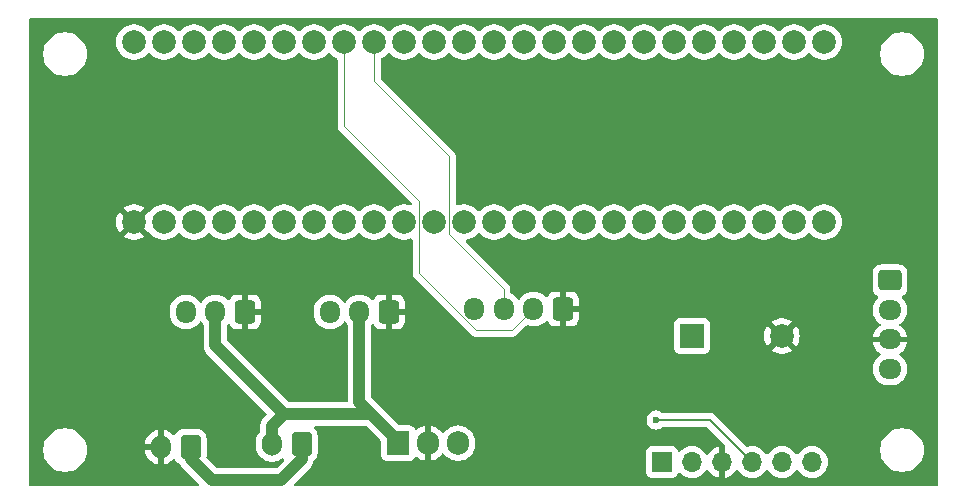
<source format=gbr>
%TF.GenerationSoftware,KiCad,Pcbnew,8.0.2-1*%
%TF.CreationDate,2024-12-19T12:14:32-05:00*%
%TF.ProjectId,Frame PCB v3,4672616d-6520-4504-9342-2076332e6b69,rev?*%
%TF.SameCoordinates,Original*%
%TF.FileFunction,Copper,L2,Bot*%
%TF.FilePolarity,Positive*%
%FSLAX46Y46*%
G04 Gerber Fmt 4.6, Leading zero omitted, Abs format (unit mm)*
G04 Created by KiCad (PCBNEW 8.0.2-1) date 2024-12-19 12:14:32*
%MOMM*%
%LPD*%
G01*
G04 APERTURE LIST*
G04 Aperture macros list*
%AMRoundRect*
0 Rectangle with rounded corners*
0 $1 Rounding radius*
0 $2 $3 $4 $5 $6 $7 $8 $9 X,Y pos of 4 corners*
0 Add a 4 corners polygon primitive as box body*
4,1,4,$2,$3,$4,$5,$6,$7,$8,$9,$2,$3,0*
0 Add four circle primitives for the rounded corners*
1,1,$1+$1,$2,$3*
1,1,$1+$1,$4,$5*
1,1,$1+$1,$6,$7*
1,1,$1+$1,$8,$9*
0 Add four rect primitives between the rounded corners*
20,1,$1+$1,$2,$3,$4,$5,0*
20,1,$1+$1,$4,$5,$6,$7,0*
20,1,$1+$1,$6,$7,$8,$9,0*
20,1,$1+$1,$8,$9,$2,$3,0*%
G04 Aperture macros list end*
%TA.AperFunction,ComponentPad*%
%ADD10RoundRect,0.250000X0.600000X0.725000X-0.600000X0.725000X-0.600000X-0.725000X0.600000X-0.725000X0*%
%TD*%
%TA.AperFunction,ComponentPad*%
%ADD11O,1.700000X1.950000*%
%TD*%
%TA.AperFunction,ComponentPad*%
%ADD12C,2.000000*%
%TD*%
%TA.AperFunction,ComponentPad*%
%ADD13RoundRect,0.250000X0.600000X0.750000X-0.600000X0.750000X-0.600000X-0.750000X0.600000X-0.750000X0*%
%TD*%
%TA.AperFunction,ComponentPad*%
%ADD14O,1.700000X2.000000*%
%TD*%
%TA.AperFunction,ComponentPad*%
%ADD15RoundRect,0.250000X-0.725000X0.600000X-0.725000X-0.600000X0.725000X-0.600000X0.725000X0.600000X0*%
%TD*%
%TA.AperFunction,ComponentPad*%
%ADD16O,1.950000X1.700000*%
%TD*%
%TA.AperFunction,ComponentPad*%
%ADD17R,2.000000X2.000000*%
%TD*%
%TA.AperFunction,ComponentPad*%
%ADD18R,1.700000X1.700000*%
%TD*%
%TA.AperFunction,ComponentPad*%
%ADD19O,1.700000X1.700000*%
%TD*%
%TA.AperFunction,ComponentPad*%
%ADD20R,1.905000X2.000000*%
%TD*%
%TA.AperFunction,ComponentPad*%
%ADD21O,1.905000X2.000000*%
%TD*%
%TA.AperFunction,ViaPad*%
%ADD22C,0.600000*%
%TD*%
%TA.AperFunction,Conductor*%
%ADD23C,0.100000*%
%TD*%
%TA.AperFunction,Conductor*%
%ADD24C,0.200000*%
%TD*%
%TA.AperFunction,Conductor*%
%ADD25C,1.000000*%
%TD*%
G04 APERTURE END LIST*
D10*
%TO.P,J1,1,Pin_1*%
%TO.N,GND*%
X136144000Y-79756000D03*
D11*
%TO.P,J1,2,Pin_2*%
%TO.N,+9V*%
X133644000Y-79756000D03*
%TO.P,J1,3,Pin_3*%
%TO.N,Nichrome1*%
X131144000Y-79756000D03*
%TD*%
D12*
%TO.P,Teensy4.1,0,GND*%
%TO.N,GND*%
X126746000Y-72136000D03*
%TO.P,Teensy4.1,1,RX1*%
%TO.N,unconnected-(Teensy4.1-RX1-Pad1)*%
X129286000Y-72136000D03*
%TO.P,Teensy4.1,2,TX1*%
%TO.N,unconnected-(Teensy4.1-TX1-Pad2)*%
X131826000Y-72136000D03*
%TO.P,Teensy4.1,3,PWM*%
%TO.N,Nichrome1*%
X134366000Y-72136000D03*
%TO.P,Teensy4.1,4,PWM*%
%TO.N,Nichrome2*%
X136906000Y-72136000D03*
%TO.P,Teensy4.1,5,PWM*%
%TO.N,unconnected-(Teensy4.1-PWM-Pad5)*%
X139446000Y-72136000D03*
%TO.P,Teensy4.1,6,PWM*%
%TO.N,unconnected-(Teensy4.1-PWM-Pad6)*%
X141986000Y-72136000D03*
%TO.P,Teensy4.1,7,PWM*%
%TO.N,BuzzerPin*%
X144526000Y-72136000D03*
%TO.P,Teensy4.1,8,RX2*%
%TO.N,VehicleTX*%
X147066000Y-72136000D03*
%TO.P,Teensy4.1,9,TX2*%
%TO.N,VehicleRX*%
X149606000Y-72136000D03*
%TO.P,Teensy4.1,10,PWM*%
%TO.N,unconnected-(Teensy4.1-PWM-Pad10)*%
X152146000Y-72136000D03*
%TO.P,Teensy4.1,11,CS*%
%TO.N,unconnected-(Teensy4.1-CS-Pad11)*%
X154686000Y-72136000D03*
%TO.P,Teensy4.1,12,MOSI*%
%TO.N,unconnected-(Teensy4.1-MOSI-Pad12)*%
X157226000Y-72136000D03*
%TO.P,Teensy4.1,13,MISO*%
%TO.N,unconnected-(Teensy4.1-MISO-Pad13)*%
X159766000Y-72136000D03*
%TO.P,Teensy4.1,14,3.3V*%
%TO.N,unconnected-(Teensy4.1-3.3V-Pad14)*%
X162306000Y-72136000D03*
%TO.P,Teensy4.1,15,SCL2*%
%TO.N,unconnected-(Teensy4.1-SCL2-Pad15)*%
X164846000Y-72136000D03*
%TO.P,Teensy4.1,16,SDA2*%
%TO.N,unconnected-(Teensy4.1-SDA2-Pad16)*%
X167386000Y-72136000D03*
%TO.P,Teensy4.1,17,MOSI1*%
%TO.N,unconnected-(Teensy4.1-MOSI1-Pad17)*%
X169926000Y-72136000D03*
%TO.P,Teensy4.1,18,SCK1*%
%TO.N,unconnected-(Teensy4.1-SCK1-Pad18)*%
X172466000Y-72136000D03*
%TO.P,Teensy4.1,19,RX7*%
%TO.N,unconnected-(Teensy4.1-RX7-Pad19)*%
X175006000Y-72136000D03*
%TO.P,Teensy4.1,20,TX7*%
%TO.N,unconnected-(Teensy4.1-TX7-Pad20)*%
X177546000Y-72136000D03*
%TO.P,Teensy4.1,21,GPIO*%
%TO.N,unconnected-(Teensy4.1-GPIO-Pad21)*%
X180086000Y-72136000D03*
%TO.P,Teensy4.1,22,GPIO*%
%TO.N,unconnected-(Teensy4.1-GPIO-Pad22)*%
X182626000Y-72136000D03*
%TO.P,Teensy4.1,23,GPIO*%
%TO.N,unconnected-(Teensy4.1-GPIO-Pad23)*%
X185166000Y-72136000D03*
%TO.P,Teensy4.1,24,PWM*%
%TO.N,unconnected-(Teensy4.1-PWM-Pad24)*%
X185166000Y-56896000D03*
%TO.P,Teensy4.1,25,RX8*%
%TO.N,unconnected-(Teensy4.1-RX8-Pad25)*%
X182626000Y-56896000D03*
%TO.P,Teensy4.1,26,TX8*%
%TO.N,unconnected-(Teensy4.1-TX8-Pad26)*%
X180086000Y-56896000D03*
%TO.P,Teensy4.1,27,PWM*%
%TO.N,unconnected-(Teensy4.1-PWM-Pad27)*%
X177546000Y-56896000D03*
%TO.P,Teensy4.1,28,PWM*%
%TO.N,unconnected-(Teensy4.1-PWM-Pad28)*%
X175006000Y-56896000D03*
%TO.P,Teensy4.1,29,CS1*%
%TO.N,unconnected-(Teensy4.1-CS1-Pad29)*%
X172466000Y-56896000D03*
%TO.P,Teensy4.1,30,MISO*%
%TO.N,unconnected-(Teensy4.1-MISO-Pad30)*%
X169926000Y-56896000D03*
%TO.P,Teensy4.1,31,A16*%
%TO.N,unconnected-(Teensy4.1-A16-Pad31)*%
X167386000Y-56896000D03*
%TO.P,Teensy4.1,32,A17*%
%TO.N,VehicleSwitch*%
X164846000Y-56896000D03*
%TO.P,Teensy4.1,33,GND*%
%TO.N,unconnected-(Teensy4.1-GND-Pad33)*%
X162306000Y-56896000D03*
%TO.P,Teensy4.1,34,SCK*%
%TO.N,unconnected-(Teensy4.1-SCK-Pad34)*%
X159766000Y-56896000D03*
%TO.P,Teensy4.1,35,A0*%
%TO.N,unconnected-(Teensy4.1-A0-Pad35)*%
X157226000Y-56896000D03*
%TO.P,Teensy4.1,36,A1*%
%TO.N,unconnected-(Teensy4.1-A1-Pad36)*%
X154686000Y-56896000D03*
%TO.P,Teensy4.1,37,A2*%
%TO.N,unconnected-(Teensy4.1-A2-Pad37)*%
X152146000Y-56896000D03*
%TO.P,Teensy4.1,38,A3*%
%TO.N,unconnected-(Teensy4.1-A3-Pad38)*%
X149606000Y-56896000D03*
%TO.P,Teensy4.1,39,SDA*%
%TO.N,SDA*%
X147066000Y-56896000D03*
%TO.P,Teensy4.1,40,SCL*%
%TO.N,SCL*%
X144526000Y-56896000D03*
%TO.P,Teensy4.1,41,TX5*%
%TO.N,unconnected-(Teensy4.1-TX5-Pad41)*%
X141986000Y-56896000D03*
%TO.P,Teensy4.1,42,RX5*%
%TO.N,unconnected-(Teensy4.1-RX5-Pad42)*%
X139446000Y-56896000D03*
%TO.P,Teensy4.1,43,PWM*%
%TO.N,unconnected-(Teensy4.1-PWM-Pad43)*%
X136906000Y-56896000D03*
%TO.P,Teensy4.1,44,PWM*%
%TO.N,unconnected-(Teensy4.1-PWM-Pad44)*%
X134366000Y-56896000D03*
%TO.P,Teensy4.1,45,3.3V*%
%TO.N,+3.3V*%
X131826000Y-56896000D03*
%TO.P,Teensy4.1,46,GND*%
%TO.N,unconnected-(Teensy4.1-GND-Pad46)*%
X129286000Y-56896000D03*
%TO.P,Teensy4.1,47,Vin*%
%TO.N,+5V*%
X126746000Y-56896000D03*
%TD*%
D13*
%TO.P,J3,1,Pin_1*%
%TO.N,Net-(J3-Pin_1)*%
X131532000Y-91186000D03*
D14*
%TO.P,J3,2,Pin_2*%
%TO.N,GND*%
X129032000Y-91186000D03*
%TD*%
D10*
%TO.P,SensorBoard1,1,Pin_1*%
%TO.N,GND*%
X163068000Y-79502000D03*
D11*
%TO.P,SensorBoard1,2,Pin_2*%
%TO.N,SCL*%
X160568000Y-79502000D03*
%TO.P,SensorBoard1,3,Pin_3*%
%TO.N,SDA*%
X158068000Y-79502000D03*
%TO.P,SensorBoard1,4,Pin_4*%
%TO.N,+3.3V*%
X155568000Y-79502000D03*
%TD*%
D15*
%TO.P,VehiclePowerOn1,1,Pin_1*%
%TO.N,VehicleTX*%
X190754000Y-77082000D03*
D16*
%TO.P,VehiclePowerOn1,2,Pin_2*%
%TO.N,VehicleRX*%
X190754000Y-79582000D03*
%TO.P,VehiclePowerOn1,3,Pin_3*%
%TO.N,GND*%
X190754000Y-82082000D03*
%TO.P,VehiclePowerOn1,4,Pin_4*%
%TO.N,VehicleSwitch*%
X190754000Y-84582000D03*
%TD*%
D13*
%TO.P,J6,1,Pin_1*%
%TO.N,Net-(J3-Pin_1)*%
X140930000Y-90932000D03*
D14*
%TO.P,J6,2,Pin_2*%
%TO.N,+9V*%
X138430000Y-90932000D03*
%TD*%
D17*
%TO.P,BZ1,1,-*%
%TO.N,BuzzerPin*%
X174000000Y-81788000D03*
D12*
%TO.P,BZ1,2,+*%
%TO.N,GND*%
X181600000Y-81788000D03*
%TD*%
D10*
%TO.P,J2,1,Pin_1*%
%TO.N,GND*%
X148336000Y-79756000D03*
D11*
%TO.P,J2,2,Pin_2*%
%TO.N,+9V*%
X145836000Y-79756000D03*
%TO.P,J2,3,Pin_3*%
%TO.N,Nichrome2*%
X143336000Y-79756000D03*
%TD*%
D18*
%TO.P,BH1,0,VIN*%
%TO.N,+3.3V*%
X171450000Y-92456000D03*
D19*
%TO.P,BH1,1,3Vo*%
%TO.N,unconnected-(BH1-3Vo-Pad1)*%
X173990000Y-92456000D03*
%TO.P,BH1,2,GND*%
%TO.N,GND*%
X176530000Y-92456000D03*
%TO.P,BH1,3,SCL*%
%TO.N,SCL*%
X179070000Y-92456000D03*
%TO.P,BH1,4,SDA*%
%TO.N,SDA*%
X181610000Y-92456000D03*
%TO.P,BH1,5,ADDR*%
%TO.N,unconnected-(BH1-ADDR-Pad5)*%
X184150000Y-92456000D03*
%TD*%
D20*
%TO.P,q1,1,B*%
%TO.N,+9V*%
X149098000Y-90861000D03*
D21*
%TO.P,q1,2,C*%
%TO.N,GND*%
X151638000Y-90861000D03*
%TO.P,q1,3,E*%
%TO.N,+5V*%
X154178000Y-90861000D03*
%TD*%
D22*
%TO.N,SCL*%
X170942000Y-88900000D03*
%TD*%
D23*
%TO.N,SCL*%
X150876000Y-70358000D02*
X144526000Y-64008000D01*
X144526000Y-64008000D02*
X144526000Y-56896000D01*
D24*
X175514000Y-88900000D02*
X179070000Y-92456000D01*
D23*
X150876000Y-76490635D02*
X150876000Y-70358000D01*
X155665365Y-81280000D02*
X150876000Y-76490635D01*
X160568000Y-79502000D02*
X158790000Y-81280000D01*
D24*
X170942000Y-88900000D02*
X175514000Y-88900000D01*
D23*
X158790000Y-81280000D02*
X155665365Y-81280000D01*
%TO.N,SDA*%
X153436000Y-73172000D02*
X153436000Y-66568000D01*
X147066000Y-60198000D02*
X147066000Y-56896000D01*
X158068000Y-77804000D02*
X153436000Y-73172000D01*
X158068000Y-79502000D02*
X158068000Y-77804000D01*
X153436000Y-66568000D02*
X147066000Y-60198000D01*
D25*
%TO.N,+9V*%
X145836000Y-87416000D02*
X145836000Y-79756000D01*
X133644000Y-82590000D02*
X133644000Y-79756000D01*
X149098000Y-90678000D02*
X149098000Y-90861000D01*
X139446000Y-88392000D02*
X146812000Y-88392000D01*
X139446000Y-88392000D02*
X133644000Y-82590000D01*
X146812000Y-88392000D02*
X145836000Y-87416000D01*
X146812000Y-88392000D02*
X149098000Y-90678000D01*
X138430000Y-90932000D02*
X138430000Y-89408000D01*
X138430000Y-89408000D02*
X139446000Y-88392000D01*
%TO.N,Net-(J3-Pin_1)*%
X140930000Y-92242000D02*
X140930000Y-90932000D01*
X131532000Y-91186000D02*
X131532000Y-92186000D01*
X139192000Y-93980000D02*
X140930000Y-92242000D01*
X131532000Y-92186000D02*
X133326000Y-93980000D01*
X133326000Y-93980000D02*
X139192000Y-93980000D01*
%TD*%
%TA.AperFunction,Conductor*%
%TO.N,GND*%
G36*
X194768539Y-54876185D02*
G01*
X194814294Y-54928989D01*
X194825500Y-54980500D01*
X194825500Y-94371500D01*
X194805815Y-94438539D01*
X194753011Y-94484294D01*
X194701500Y-94495500D01*
X140390782Y-94495500D01*
X140323743Y-94475815D01*
X140277988Y-94423011D01*
X140268044Y-94353853D01*
X140297069Y-94290297D01*
X140303101Y-94283819D01*
X140460147Y-94126772D01*
X141567778Y-93019141D01*
X141567782Y-93019139D01*
X141707139Y-92879782D01*
X141816632Y-92715914D01*
X141853398Y-92627153D01*
X141869961Y-92587166D01*
X141869961Y-92587165D01*
X141869990Y-92587095D01*
X141892051Y-92533836D01*
X141925354Y-92366409D01*
X141957738Y-92304499D01*
X141981875Y-92285062D01*
X141998656Y-92274712D01*
X142122712Y-92150656D01*
X142214814Y-92001334D01*
X142269999Y-91834797D01*
X142280500Y-91732009D01*
X142280499Y-90131992D01*
X142279535Y-90122559D01*
X142269999Y-90029203D01*
X142269998Y-90029200D01*
X142244371Y-89951863D01*
X142214814Y-89862666D01*
X142122712Y-89713344D01*
X142013549Y-89604181D01*
X141980064Y-89542858D01*
X141985048Y-89473166D01*
X142026920Y-89417233D01*
X142092384Y-89392816D01*
X142101230Y-89392500D01*
X146346218Y-89392500D01*
X146413257Y-89412185D01*
X146433899Y-89428819D01*
X147608681Y-90603601D01*
X147642166Y-90664924D01*
X147645000Y-90691282D01*
X147645000Y-91908870D01*
X147645001Y-91908876D01*
X147651408Y-91968483D01*
X147701702Y-92103328D01*
X147701706Y-92103335D01*
X147787952Y-92218544D01*
X147787955Y-92218547D01*
X147903164Y-92304793D01*
X147903171Y-92304797D01*
X148038017Y-92355091D01*
X148038016Y-92355091D01*
X148044944Y-92355835D01*
X148097627Y-92361500D01*
X150098372Y-92361499D01*
X150157983Y-92355091D01*
X150292831Y-92304796D01*
X150408046Y-92218546D01*
X150494296Y-92103331D01*
X150504872Y-92074974D01*
X150546740Y-92019041D01*
X150612204Y-91994622D01*
X150680477Y-92009472D01*
X150693940Y-92017988D01*
X150876723Y-92150788D01*
X151080429Y-92254582D01*
X151297871Y-92325234D01*
X151388000Y-92339509D01*
X151388000Y-91351747D01*
X151425708Y-91373518D01*
X151565591Y-91411000D01*
X151710409Y-91411000D01*
X151850292Y-91373518D01*
X151888000Y-91351747D01*
X151888000Y-92339508D01*
X151978128Y-92325234D01*
X152195570Y-92254582D01*
X152399276Y-92150788D01*
X152584242Y-92016402D01*
X152745905Y-91854739D01*
X152807371Y-91770137D01*
X152862701Y-91727470D01*
X152932314Y-91721491D01*
X152994109Y-91754096D01*
X153008007Y-91770134D01*
X153069714Y-91855066D01*
X153231434Y-92016786D01*
X153416462Y-92151217D01*
X153552626Y-92220596D01*
X153620244Y-92255049D01*
X153837751Y-92325721D01*
X153837752Y-92325721D01*
X153837755Y-92325722D01*
X154063646Y-92361500D01*
X154063647Y-92361500D01*
X154292353Y-92361500D01*
X154292354Y-92361500D01*
X154518245Y-92325722D01*
X154518248Y-92325721D01*
X154518249Y-92325721D01*
X154735755Y-92255049D01*
X154735755Y-92255048D01*
X154735758Y-92255048D01*
X154939538Y-92151217D01*
X155124566Y-92016786D01*
X155286286Y-91855066D01*
X155420717Y-91670038D01*
X155477734Y-91558135D01*
X170099500Y-91558135D01*
X170099500Y-93353870D01*
X170099501Y-93353876D01*
X170105908Y-93413483D01*
X170156202Y-93548328D01*
X170156206Y-93548335D01*
X170242452Y-93663544D01*
X170242455Y-93663547D01*
X170357664Y-93749793D01*
X170357671Y-93749797D01*
X170492517Y-93800091D01*
X170492516Y-93800091D01*
X170499444Y-93800835D01*
X170552127Y-93806500D01*
X172347872Y-93806499D01*
X172407483Y-93800091D01*
X172542331Y-93749796D01*
X172657546Y-93663546D01*
X172743796Y-93548331D01*
X172792810Y-93416916D01*
X172834681Y-93360984D01*
X172900145Y-93336566D01*
X172968418Y-93351417D01*
X172996673Y-93372569D01*
X173118599Y-93494495D01*
X173215384Y-93562265D01*
X173312165Y-93630032D01*
X173312167Y-93630033D01*
X173312170Y-93630035D01*
X173526337Y-93729903D01*
X173754592Y-93791063D01*
X173931034Y-93806500D01*
X173989999Y-93811659D01*
X173990000Y-93811659D01*
X173990001Y-93811659D01*
X174048966Y-93806500D01*
X174225408Y-93791063D01*
X174453663Y-93729903D01*
X174667830Y-93630035D01*
X174861401Y-93494495D01*
X175028495Y-93327401D01*
X175158730Y-93141405D01*
X175213307Y-93097781D01*
X175282805Y-93090587D01*
X175345160Y-93122110D01*
X175361879Y-93141405D01*
X175491890Y-93327078D01*
X175658917Y-93494105D01*
X175852421Y-93629600D01*
X176066507Y-93729429D01*
X176066516Y-93729433D01*
X176280000Y-93786634D01*
X176280000Y-92889012D01*
X176337007Y-92921925D01*
X176464174Y-92956000D01*
X176595826Y-92956000D01*
X176722993Y-92921925D01*
X176780000Y-92889012D01*
X176780000Y-93786633D01*
X176993483Y-93729433D01*
X176993492Y-93729429D01*
X177207578Y-93629600D01*
X177401082Y-93494105D01*
X177568105Y-93327082D01*
X177698119Y-93141405D01*
X177752696Y-93097781D01*
X177822195Y-93090588D01*
X177884549Y-93122110D01*
X177901269Y-93141405D01*
X178031505Y-93327401D01*
X178198599Y-93494495D01*
X178295384Y-93562265D01*
X178392165Y-93630032D01*
X178392167Y-93630033D01*
X178392170Y-93630035D01*
X178606337Y-93729903D01*
X178834592Y-93791063D01*
X179011034Y-93806500D01*
X179069999Y-93811659D01*
X179070000Y-93811659D01*
X179070001Y-93811659D01*
X179128966Y-93806500D01*
X179305408Y-93791063D01*
X179533663Y-93729903D01*
X179747830Y-93630035D01*
X179941401Y-93494495D01*
X180108495Y-93327401D01*
X180238425Y-93141842D01*
X180293002Y-93098217D01*
X180362500Y-93091023D01*
X180424855Y-93122546D01*
X180441575Y-93141842D01*
X180571500Y-93327395D01*
X180571505Y-93327401D01*
X180738599Y-93494495D01*
X180835384Y-93562265D01*
X180932165Y-93630032D01*
X180932167Y-93630033D01*
X180932170Y-93630035D01*
X181146337Y-93729903D01*
X181374592Y-93791063D01*
X181551034Y-93806500D01*
X181609999Y-93811659D01*
X181610000Y-93811659D01*
X181610001Y-93811659D01*
X181668966Y-93806500D01*
X181845408Y-93791063D01*
X182073663Y-93729903D01*
X182287830Y-93630035D01*
X182481401Y-93494495D01*
X182648495Y-93327401D01*
X182778425Y-93141842D01*
X182833002Y-93098217D01*
X182902500Y-93091023D01*
X182964855Y-93122546D01*
X182981575Y-93141842D01*
X183111500Y-93327395D01*
X183111505Y-93327401D01*
X183278599Y-93494495D01*
X183375384Y-93562265D01*
X183472165Y-93630032D01*
X183472167Y-93630033D01*
X183472170Y-93630035D01*
X183686337Y-93729903D01*
X183914592Y-93791063D01*
X184091034Y-93806500D01*
X184149999Y-93811659D01*
X184150000Y-93811659D01*
X184150001Y-93811659D01*
X184208966Y-93806500D01*
X184385408Y-93791063D01*
X184613663Y-93729903D01*
X184827830Y-93630035D01*
X185021401Y-93494495D01*
X185188495Y-93327401D01*
X185324035Y-93133830D01*
X185423903Y-92919663D01*
X185485063Y-92691408D01*
X185505659Y-92456000D01*
X185485063Y-92220592D01*
X185423903Y-91992337D01*
X185324035Y-91778171D01*
X185318731Y-91770595D01*
X185188494Y-91584597D01*
X185021402Y-91417506D01*
X185021395Y-91417501D01*
X184880309Y-91318711D01*
X189919500Y-91318711D01*
X189919500Y-91561288D01*
X189949585Y-91789816D01*
X189951162Y-91801789D01*
X189956420Y-91821412D01*
X190013947Y-92036104D01*
X190106773Y-92260205D01*
X190106777Y-92260214D01*
X190121122Y-92285060D01*
X190228064Y-92470289D01*
X190228066Y-92470292D01*
X190228067Y-92470293D01*
X190375733Y-92662736D01*
X190375739Y-92662743D01*
X190547256Y-92834260D01*
X190547263Y-92834266D01*
X190606578Y-92879780D01*
X190739711Y-92981936D01*
X190949788Y-93103224D01*
X191173900Y-93196054D01*
X191408211Y-93258838D01*
X191588586Y-93282584D01*
X191648711Y-93290500D01*
X191648712Y-93290500D01*
X191891289Y-93290500D01*
X191939388Y-93284167D01*
X192131789Y-93258838D01*
X192366100Y-93196054D01*
X192590212Y-93103224D01*
X192800289Y-92981936D01*
X192992738Y-92834265D01*
X193164265Y-92662738D01*
X193311936Y-92470289D01*
X193433224Y-92260212D01*
X193526054Y-92036100D01*
X193588838Y-91801789D01*
X193620500Y-91561288D01*
X193620500Y-91318712D01*
X193588838Y-91078211D01*
X193526054Y-90843900D01*
X193433224Y-90619788D01*
X193311936Y-90409711D01*
X193164265Y-90217262D01*
X193164260Y-90217256D01*
X192992743Y-90045739D01*
X192992736Y-90045733D01*
X192800293Y-89898067D01*
X192800292Y-89898066D01*
X192800289Y-89898064D01*
X192628661Y-89798974D01*
X192590214Y-89776777D01*
X192590205Y-89776773D01*
X192366104Y-89683947D01*
X192131785Y-89621161D01*
X191891289Y-89589500D01*
X191891288Y-89589500D01*
X191648712Y-89589500D01*
X191648711Y-89589500D01*
X191408214Y-89621161D01*
X191173895Y-89683947D01*
X190949794Y-89776773D01*
X190949785Y-89776777D01*
X190739706Y-89898067D01*
X190547263Y-90045733D01*
X190547256Y-90045739D01*
X190375739Y-90217256D01*
X190375733Y-90217263D01*
X190228067Y-90409706D01*
X190106777Y-90619785D01*
X190106773Y-90619794D01*
X190013947Y-90843895D01*
X189951161Y-91078214D01*
X189919500Y-91318711D01*
X184880309Y-91318711D01*
X184827834Y-91281967D01*
X184827830Y-91281965D01*
X184756598Y-91248749D01*
X184613663Y-91182097D01*
X184613659Y-91182096D01*
X184613655Y-91182094D01*
X184385413Y-91120938D01*
X184385403Y-91120936D01*
X184150001Y-91100341D01*
X184149999Y-91100341D01*
X183914596Y-91120936D01*
X183914586Y-91120938D01*
X183686344Y-91182094D01*
X183686335Y-91182098D01*
X183472171Y-91281964D01*
X183472169Y-91281965D01*
X183278597Y-91417505D01*
X183111505Y-91584597D01*
X182981575Y-91770158D01*
X182926998Y-91813783D01*
X182857500Y-91820977D01*
X182795145Y-91789454D01*
X182778425Y-91770158D01*
X182648494Y-91584597D01*
X182481402Y-91417506D01*
X182481395Y-91417501D01*
X182287834Y-91281967D01*
X182287830Y-91281965D01*
X182216598Y-91248749D01*
X182073663Y-91182097D01*
X182073659Y-91182096D01*
X182073655Y-91182094D01*
X181845413Y-91120938D01*
X181845403Y-91120936D01*
X181610001Y-91100341D01*
X181609999Y-91100341D01*
X181374596Y-91120936D01*
X181374586Y-91120938D01*
X181146344Y-91182094D01*
X181146335Y-91182098D01*
X180932171Y-91281964D01*
X180932169Y-91281965D01*
X180738597Y-91417505D01*
X180571505Y-91584597D01*
X180441575Y-91770158D01*
X180386998Y-91813783D01*
X180317500Y-91820977D01*
X180255145Y-91789454D01*
X180238425Y-91770158D01*
X180108494Y-91584597D01*
X179941402Y-91417506D01*
X179941395Y-91417501D01*
X179747834Y-91281967D01*
X179747830Y-91281965D01*
X179676598Y-91248749D01*
X179533663Y-91182097D01*
X179533659Y-91182096D01*
X179533655Y-91182094D01*
X179305413Y-91120938D01*
X179305403Y-91120936D01*
X179070001Y-91100341D01*
X179069999Y-91100341D01*
X178834596Y-91120936D01*
X178834583Y-91120939D01*
X178706241Y-91155327D01*
X178636392Y-91153664D01*
X178586468Y-91123233D01*
X176001590Y-88538355D01*
X176001588Y-88538352D01*
X175882717Y-88419481D01*
X175882709Y-88419475D01*
X175780936Y-88360717D01*
X175780934Y-88360716D01*
X175745790Y-88340425D01*
X175745789Y-88340424D01*
X175733263Y-88337067D01*
X175593057Y-88299499D01*
X175434943Y-88299499D01*
X175427347Y-88299499D01*
X175427331Y-88299500D01*
X171524412Y-88299500D01*
X171457373Y-88279815D01*
X171447097Y-88272445D01*
X171444263Y-88270185D01*
X171444262Y-88270184D01*
X171387496Y-88234515D01*
X171291523Y-88174211D01*
X171121254Y-88114631D01*
X171121249Y-88114630D01*
X170942004Y-88094435D01*
X170941996Y-88094435D01*
X170762750Y-88114630D01*
X170762745Y-88114631D01*
X170592476Y-88174211D01*
X170439737Y-88270184D01*
X170312184Y-88397737D01*
X170216211Y-88550476D01*
X170156631Y-88720745D01*
X170156630Y-88720750D01*
X170136435Y-88899996D01*
X170136435Y-88900003D01*
X170156630Y-89079249D01*
X170156631Y-89079254D01*
X170216211Y-89249523D01*
X170289970Y-89366909D01*
X170312184Y-89402262D01*
X170439738Y-89529816D01*
X170504937Y-89570783D01*
X170585112Y-89621161D01*
X170592478Y-89625789D01*
X170694700Y-89661558D01*
X170762745Y-89685368D01*
X170762750Y-89685369D01*
X170941996Y-89705565D01*
X170942000Y-89705565D01*
X170942004Y-89705565D01*
X171121249Y-89685369D01*
X171121252Y-89685368D01*
X171121255Y-89685368D01*
X171291522Y-89625789D01*
X171444262Y-89529816D01*
X171444267Y-89529810D01*
X171447097Y-89527555D01*
X171449275Y-89526665D01*
X171450158Y-89526111D01*
X171450255Y-89526265D01*
X171511783Y-89501145D01*
X171524412Y-89500500D01*
X175213903Y-89500500D01*
X175280942Y-89520185D01*
X175301584Y-89536819D01*
X176743681Y-90978916D01*
X176777166Y-91040239D01*
X176780000Y-91066597D01*
X176780000Y-92022988D01*
X176722993Y-91990075D01*
X176595826Y-91956000D01*
X176464174Y-91956000D01*
X176337007Y-91990075D01*
X176280000Y-92022988D01*
X176280000Y-91125364D01*
X176279999Y-91125364D01*
X176066513Y-91182567D01*
X176066507Y-91182570D01*
X175852422Y-91282399D01*
X175852420Y-91282400D01*
X175658926Y-91417886D01*
X175658920Y-91417891D01*
X175491891Y-91584920D01*
X175491890Y-91584922D01*
X175361880Y-91770595D01*
X175307303Y-91814219D01*
X175237804Y-91821412D01*
X175175450Y-91789890D01*
X175158730Y-91770594D01*
X175028494Y-91584597D01*
X174861402Y-91417506D01*
X174861395Y-91417501D01*
X174667834Y-91281967D01*
X174667830Y-91281965D01*
X174596598Y-91248749D01*
X174453663Y-91182097D01*
X174453659Y-91182096D01*
X174453655Y-91182094D01*
X174225413Y-91120938D01*
X174225403Y-91120936D01*
X173990001Y-91100341D01*
X173989999Y-91100341D01*
X173754596Y-91120936D01*
X173754586Y-91120938D01*
X173526344Y-91182094D01*
X173526335Y-91182098D01*
X173312171Y-91281964D01*
X173312169Y-91281965D01*
X173118600Y-91417503D01*
X172996673Y-91539430D01*
X172935350Y-91572914D01*
X172865658Y-91567930D01*
X172809725Y-91526058D01*
X172792810Y-91495081D01*
X172743797Y-91363671D01*
X172743793Y-91363664D01*
X172657547Y-91248455D01*
X172657544Y-91248452D01*
X172542335Y-91162206D01*
X172542328Y-91162202D01*
X172407482Y-91111908D01*
X172407483Y-91111908D01*
X172347883Y-91105501D01*
X172347881Y-91105500D01*
X172347873Y-91105500D01*
X172347864Y-91105500D01*
X170552129Y-91105500D01*
X170552123Y-91105501D01*
X170492516Y-91111908D01*
X170357671Y-91162202D01*
X170357664Y-91162206D01*
X170242455Y-91248452D01*
X170242452Y-91248455D01*
X170156206Y-91363664D01*
X170156202Y-91363671D01*
X170105908Y-91498517D01*
X170099501Y-91558116D01*
X170099500Y-91558135D01*
X155477734Y-91558135D01*
X155524548Y-91466258D01*
X155540265Y-91417886D01*
X155595221Y-91248749D01*
X155595221Y-91248748D01*
X155595222Y-91248745D01*
X155631000Y-91022854D01*
X155631000Y-90699146D01*
X155595222Y-90473255D01*
X155595221Y-90473251D01*
X155595221Y-90473250D01*
X155524549Y-90255744D01*
X155474002Y-90156540D01*
X155420717Y-90051962D01*
X155286286Y-89866934D01*
X155124566Y-89705214D01*
X154939538Y-89570783D01*
X154859132Y-89529814D01*
X154735755Y-89466950D01*
X154518248Y-89396278D01*
X154332812Y-89366908D01*
X154292354Y-89360500D01*
X154063646Y-89360500D01*
X154023188Y-89366908D01*
X153837753Y-89396278D01*
X153837750Y-89396278D01*
X153620244Y-89466950D01*
X153416461Y-89570783D01*
X153347121Y-89621162D01*
X153231434Y-89705214D01*
X153231432Y-89705216D01*
X153231431Y-89705216D01*
X153069716Y-89866931D01*
X153069709Y-89866940D01*
X153008007Y-89951864D01*
X152952677Y-89994530D01*
X152883063Y-90000508D01*
X152821269Y-89967901D01*
X152807372Y-89951863D01*
X152745907Y-89867263D01*
X152745902Y-89867257D01*
X152584242Y-89705597D01*
X152399276Y-89571211D01*
X152195568Y-89467417D01*
X151978124Y-89396765D01*
X151888000Y-89382490D01*
X151888000Y-90370252D01*
X151850292Y-90348482D01*
X151710409Y-90311000D01*
X151565591Y-90311000D01*
X151425708Y-90348482D01*
X151388000Y-90370252D01*
X151388000Y-89382490D01*
X151387999Y-89382490D01*
X151297875Y-89396765D01*
X151080431Y-89467417D01*
X150876719Y-89571213D01*
X150693939Y-89704010D01*
X150628132Y-89727490D01*
X150560079Y-89711664D01*
X150511384Y-89661558D01*
X150504875Y-89647033D01*
X150494296Y-89618669D01*
X150494295Y-89618667D01*
X150494293Y-89618664D01*
X150408047Y-89503455D01*
X150408044Y-89503452D01*
X150292835Y-89417206D01*
X150292828Y-89417202D01*
X150157982Y-89366908D01*
X150157983Y-89366908D01*
X150098383Y-89360501D01*
X150098381Y-89360500D01*
X150098373Y-89360500D01*
X150098365Y-89360500D01*
X149246782Y-89360500D01*
X149179743Y-89340815D01*
X149159101Y-89324181D01*
X147593479Y-87758559D01*
X147593470Y-87758549D01*
X147589139Y-87754218D01*
X147449782Y-87614861D01*
X147449781Y-87614860D01*
X146872819Y-87037898D01*
X146839334Y-86976575D01*
X146836500Y-86950217D01*
X146836500Y-80888559D01*
X146856185Y-80821520D01*
X146908989Y-80775765D01*
X146978147Y-80765821D01*
X147041703Y-80794846D01*
X147066039Y-80823462D01*
X147143684Y-80949345D01*
X147267654Y-81073315D01*
X147416875Y-81165356D01*
X147416880Y-81165358D01*
X147583302Y-81220505D01*
X147583309Y-81220506D01*
X147686019Y-81230999D01*
X148085999Y-81230999D01*
X148086000Y-81230998D01*
X148086000Y-80160145D01*
X148152657Y-80198630D01*
X148273465Y-80231000D01*
X148398535Y-80231000D01*
X148519343Y-80198630D01*
X148586000Y-80160145D01*
X148586000Y-81230999D01*
X148985972Y-81230999D01*
X148985986Y-81230998D01*
X149088697Y-81220505D01*
X149255119Y-81165358D01*
X149255124Y-81165356D01*
X149404345Y-81073315D01*
X149528315Y-80949345D01*
X149620356Y-80800124D01*
X149620358Y-80800119D01*
X149675505Y-80633697D01*
X149675506Y-80633690D01*
X149685999Y-80530986D01*
X149686000Y-80530973D01*
X149686000Y-80006000D01*
X148740146Y-80006000D01*
X148778630Y-79939343D01*
X148811000Y-79818535D01*
X148811000Y-79693465D01*
X148778630Y-79572657D01*
X148740146Y-79506000D01*
X149685999Y-79506000D01*
X149685999Y-78981028D01*
X149685998Y-78981013D01*
X149675505Y-78878302D01*
X149620358Y-78711880D01*
X149620356Y-78711875D01*
X149528315Y-78562654D01*
X149404345Y-78438684D01*
X149255124Y-78346643D01*
X149255119Y-78346641D01*
X149088697Y-78291494D01*
X149088690Y-78291493D01*
X148985986Y-78281000D01*
X148586000Y-78281000D01*
X148586000Y-79351854D01*
X148519343Y-79313370D01*
X148398535Y-79281000D01*
X148273465Y-79281000D01*
X148152657Y-79313370D01*
X148086000Y-79351854D01*
X148086000Y-78281000D01*
X147686028Y-78281000D01*
X147686012Y-78281001D01*
X147583302Y-78291494D01*
X147416880Y-78346641D01*
X147416875Y-78346643D01*
X147267654Y-78438684D01*
X147143683Y-78562655D01*
X147143680Y-78562659D01*
X147048183Y-78717484D01*
X146996235Y-78764209D01*
X146927273Y-78775430D01*
X146863191Y-78747587D01*
X146854964Y-78740068D01*
X146715786Y-78600890D01*
X146543820Y-78475951D01*
X146354414Y-78379444D01*
X146354413Y-78379443D01*
X146354412Y-78379443D01*
X146152243Y-78313754D01*
X146152241Y-78313753D01*
X146152240Y-78313753D01*
X145990957Y-78288208D01*
X145942287Y-78280500D01*
X145729713Y-78280500D01*
X145681042Y-78288208D01*
X145519760Y-78313753D01*
X145519757Y-78313754D01*
X145326800Y-78376450D01*
X145317585Y-78379444D01*
X145128179Y-78475951D01*
X144956213Y-78600890D01*
X144805894Y-78751209D01*
X144805890Y-78751214D01*
X144686318Y-78915793D01*
X144630989Y-78958459D01*
X144561375Y-78964438D01*
X144499580Y-78931833D01*
X144485682Y-78915793D01*
X144366109Y-78751214D01*
X144366105Y-78751209D01*
X144215786Y-78600890D01*
X144043820Y-78475951D01*
X143854414Y-78379444D01*
X143854413Y-78379443D01*
X143854412Y-78379443D01*
X143652243Y-78313754D01*
X143652241Y-78313753D01*
X143652240Y-78313753D01*
X143490957Y-78288208D01*
X143442287Y-78280500D01*
X143229713Y-78280500D01*
X143181042Y-78288208D01*
X143019760Y-78313753D01*
X143019757Y-78313754D01*
X142826800Y-78376450D01*
X142817585Y-78379444D01*
X142628179Y-78475951D01*
X142456213Y-78600890D01*
X142305890Y-78751213D01*
X142180951Y-78923179D01*
X142084444Y-79112585D01*
X142018753Y-79314760D01*
X141985500Y-79524713D01*
X141985500Y-79987286D01*
X142011028Y-80148467D01*
X142018754Y-80197243D01*
X142078037Y-80379697D01*
X142084444Y-80399414D01*
X142180951Y-80588820D01*
X142305890Y-80760786D01*
X142456213Y-80911109D01*
X142628179Y-81036048D01*
X142628181Y-81036049D01*
X142628184Y-81036051D01*
X142817588Y-81132557D01*
X143019757Y-81198246D01*
X143229713Y-81231500D01*
X143229714Y-81231500D01*
X143442286Y-81231500D01*
X143442287Y-81231500D01*
X143652243Y-81198246D01*
X143854412Y-81132557D01*
X144043816Y-81036051D01*
X144125096Y-80976998D01*
X144215786Y-80911109D01*
X144215788Y-80911106D01*
X144215792Y-80911104D01*
X144366104Y-80760792D01*
X144485683Y-80596204D01*
X144541011Y-80553540D01*
X144610624Y-80547561D01*
X144672420Y-80580166D01*
X144686313Y-80596199D01*
X144805892Y-80760786D01*
X144808760Y-80764734D01*
X144807888Y-80765367D01*
X144834357Y-80824401D01*
X144835500Y-80841199D01*
X144835500Y-87267500D01*
X144815815Y-87334539D01*
X144763011Y-87380294D01*
X144711500Y-87391500D01*
X139911782Y-87391500D01*
X139844743Y-87371815D01*
X139824101Y-87355181D01*
X134680819Y-82211899D01*
X134647334Y-82150576D01*
X134644500Y-82124218D01*
X134644500Y-80888559D01*
X134664185Y-80821520D01*
X134716989Y-80775765D01*
X134786147Y-80765821D01*
X134849703Y-80794846D01*
X134874039Y-80823462D01*
X134951684Y-80949345D01*
X135075654Y-81073315D01*
X135224875Y-81165356D01*
X135224880Y-81165358D01*
X135391302Y-81220505D01*
X135391309Y-81220506D01*
X135494019Y-81230999D01*
X135893999Y-81230999D01*
X135894000Y-81230998D01*
X135894000Y-80160145D01*
X135960657Y-80198630D01*
X136081465Y-80231000D01*
X136206535Y-80231000D01*
X136327343Y-80198630D01*
X136394000Y-80160145D01*
X136394000Y-81230999D01*
X136793972Y-81230999D01*
X136793986Y-81230998D01*
X136896697Y-81220505D01*
X137063119Y-81165358D01*
X137063124Y-81165356D01*
X137212345Y-81073315D01*
X137336315Y-80949345D01*
X137428356Y-80800124D01*
X137428358Y-80800119D01*
X137483505Y-80633697D01*
X137483506Y-80633690D01*
X137493999Y-80530986D01*
X137494000Y-80530973D01*
X137494000Y-80006000D01*
X136548146Y-80006000D01*
X136586630Y-79939343D01*
X136619000Y-79818535D01*
X136619000Y-79693465D01*
X136586630Y-79572657D01*
X136548146Y-79506000D01*
X137493999Y-79506000D01*
X137493999Y-78981028D01*
X137493998Y-78981013D01*
X137483505Y-78878302D01*
X137428358Y-78711880D01*
X137428356Y-78711875D01*
X137336315Y-78562654D01*
X137212345Y-78438684D01*
X137063124Y-78346643D01*
X137063119Y-78346641D01*
X136896697Y-78291494D01*
X136896690Y-78291493D01*
X136793986Y-78281000D01*
X136394000Y-78281000D01*
X136394000Y-79351854D01*
X136327343Y-79313370D01*
X136206535Y-79281000D01*
X136081465Y-79281000D01*
X135960657Y-79313370D01*
X135894000Y-79351854D01*
X135894000Y-78281000D01*
X135494028Y-78281000D01*
X135494012Y-78281001D01*
X135391302Y-78291494D01*
X135224880Y-78346641D01*
X135224875Y-78346643D01*
X135075654Y-78438684D01*
X134951683Y-78562655D01*
X134951680Y-78562659D01*
X134856183Y-78717484D01*
X134804235Y-78764209D01*
X134735273Y-78775430D01*
X134671191Y-78747587D01*
X134662964Y-78740068D01*
X134523786Y-78600890D01*
X134351820Y-78475951D01*
X134162414Y-78379444D01*
X134162413Y-78379443D01*
X134162412Y-78379443D01*
X133960243Y-78313754D01*
X133960241Y-78313753D01*
X133960240Y-78313753D01*
X133798957Y-78288208D01*
X133750287Y-78280500D01*
X133537713Y-78280500D01*
X133489042Y-78288208D01*
X133327760Y-78313753D01*
X133327757Y-78313754D01*
X133134800Y-78376450D01*
X133125585Y-78379444D01*
X132936179Y-78475951D01*
X132764213Y-78600890D01*
X132613894Y-78751209D01*
X132613890Y-78751214D01*
X132494318Y-78915793D01*
X132438989Y-78958459D01*
X132369375Y-78964438D01*
X132307580Y-78931833D01*
X132293682Y-78915793D01*
X132174109Y-78751214D01*
X132174105Y-78751209D01*
X132023786Y-78600890D01*
X131851820Y-78475951D01*
X131662414Y-78379444D01*
X131662413Y-78379443D01*
X131662412Y-78379443D01*
X131460243Y-78313754D01*
X131460241Y-78313753D01*
X131460240Y-78313753D01*
X131298957Y-78288208D01*
X131250287Y-78280500D01*
X131037713Y-78280500D01*
X130989042Y-78288208D01*
X130827760Y-78313753D01*
X130827757Y-78313754D01*
X130634800Y-78376450D01*
X130625585Y-78379444D01*
X130436179Y-78475951D01*
X130264213Y-78600890D01*
X130113890Y-78751213D01*
X129988951Y-78923179D01*
X129892444Y-79112585D01*
X129826753Y-79314760D01*
X129793500Y-79524713D01*
X129793500Y-79987286D01*
X129819028Y-80148467D01*
X129826754Y-80197243D01*
X129886037Y-80379697D01*
X129892444Y-80399414D01*
X129988951Y-80588820D01*
X130113890Y-80760786D01*
X130264213Y-80911109D01*
X130436179Y-81036048D01*
X130436181Y-81036049D01*
X130436184Y-81036051D01*
X130625588Y-81132557D01*
X130827757Y-81198246D01*
X131037713Y-81231500D01*
X131037714Y-81231500D01*
X131250286Y-81231500D01*
X131250287Y-81231500D01*
X131460243Y-81198246D01*
X131662412Y-81132557D01*
X131851816Y-81036051D01*
X131933096Y-80976998D01*
X132023786Y-80911109D01*
X132023788Y-80911106D01*
X132023792Y-80911104D01*
X132174104Y-80760792D01*
X132293683Y-80596204D01*
X132349011Y-80553540D01*
X132418624Y-80547561D01*
X132480420Y-80580166D01*
X132494313Y-80596199D01*
X132613892Y-80760786D01*
X132616760Y-80764734D01*
X132615888Y-80765367D01*
X132642357Y-80824401D01*
X132643500Y-80841199D01*
X132643500Y-82688541D01*
X132643500Y-82688543D01*
X132643499Y-82688543D01*
X132681947Y-82881829D01*
X132681950Y-82881839D01*
X132757364Y-83063907D01*
X132757371Y-83063920D01*
X132866860Y-83227781D01*
X132866863Y-83227785D01*
X133010537Y-83371459D01*
X133010559Y-83371479D01*
X137943398Y-88304318D01*
X137976883Y-88365641D01*
X137971899Y-88435333D01*
X137943399Y-88479680D01*
X137891795Y-88531284D01*
X137792221Y-88630858D01*
X137792218Y-88630861D01*
X137722538Y-88700540D01*
X137652859Y-88770219D01*
X137543371Y-88934080D01*
X137543364Y-88934093D01*
X137524740Y-88979058D01*
X137524740Y-88979059D01*
X137483238Y-89079254D01*
X137467950Y-89116161D01*
X137467947Y-89116169D01*
X137429500Y-89309456D01*
X137429500Y-89821800D01*
X137409815Y-89888839D01*
X137400506Y-89901365D01*
X137274951Y-90074179D01*
X137178444Y-90263585D01*
X137112753Y-90465760D01*
X137079500Y-90675713D01*
X137079500Y-91188286D01*
X137097369Y-91301110D01*
X137112754Y-91398243D01*
X137173792Y-91586099D01*
X137178444Y-91600414D01*
X137274951Y-91789820D01*
X137399890Y-91961786D01*
X137550213Y-92112109D01*
X137722179Y-92237048D01*
X137722181Y-92237049D01*
X137722184Y-92237051D01*
X137911588Y-92333557D01*
X138113757Y-92399246D01*
X138323713Y-92432500D01*
X138323714Y-92432500D01*
X138536286Y-92432500D01*
X138536287Y-92432500D01*
X138746243Y-92399246D01*
X138948412Y-92333557D01*
X139137816Y-92237051D01*
X139203706Y-92189178D01*
X139260854Y-92147660D01*
X139326660Y-92124180D01*
X139394714Y-92140006D01*
X139443409Y-92190112D01*
X139457284Y-92258590D01*
X139431935Y-92323699D01*
X139421420Y-92335659D01*
X138813899Y-92943181D01*
X138752576Y-92976666D01*
X138726218Y-92979500D01*
X133791782Y-92979500D01*
X133724743Y-92959815D01*
X133704101Y-92943181D01*
X132911599Y-92150679D01*
X132878114Y-92089356D01*
X132875922Y-92050395D01*
X132877382Y-92036104D01*
X132882500Y-91986009D01*
X132882499Y-90385992D01*
X132874838Y-90311000D01*
X132871999Y-90283203D01*
X132871998Y-90283200D01*
X132862899Y-90255742D01*
X132816814Y-90116666D01*
X132724712Y-89967344D01*
X132600656Y-89843288D01*
X132492817Y-89776773D01*
X132451336Y-89751187D01*
X132451331Y-89751185D01*
X132449862Y-89750698D01*
X132284797Y-89696001D01*
X132284795Y-89696000D01*
X132182010Y-89685500D01*
X130881998Y-89685500D01*
X130881981Y-89685501D01*
X130779203Y-89696000D01*
X130779200Y-89696001D01*
X130612668Y-89751185D01*
X130612663Y-89751187D01*
X130463342Y-89843289D01*
X130339289Y-89967342D01*
X130243551Y-90122559D01*
X130191603Y-90169283D01*
X130122640Y-90180506D01*
X130058558Y-90152662D01*
X130050331Y-90145143D01*
X129911464Y-90006276D01*
X129911459Y-90006272D01*
X129739557Y-89881379D01*
X129550215Y-89784903D01*
X129348124Y-89719241D01*
X129282000Y-89708768D01*
X129282000Y-90752988D01*
X129224993Y-90720075D01*
X129097826Y-90686000D01*
X128966174Y-90686000D01*
X128839007Y-90720075D01*
X128782000Y-90752988D01*
X128782000Y-89708768D01*
X128781999Y-89708768D01*
X128715875Y-89719241D01*
X128513784Y-89784903D01*
X128324442Y-89881379D01*
X128152540Y-90006272D01*
X128152535Y-90006276D01*
X128002276Y-90156535D01*
X128002272Y-90156540D01*
X127877379Y-90328442D01*
X127780904Y-90517782D01*
X127715242Y-90719869D01*
X127715242Y-90719872D01*
X127682000Y-90929753D01*
X127682000Y-90936000D01*
X128598988Y-90936000D01*
X128566075Y-90993007D01*
X128532000Y-91120174D01*
X128532000Y-91251826D01*
X128566075Y-91378993D01*
X128598988Y-91436000D01*
X127682000Y-91436000D01*
X127682000Y-91442246D01*
X127715242Y-91652127D01*
X127715242Y-91652130D01*
X127780904Y-91854217D01*
X127877379Y-92043557D01*
X128002272Y-92215459D01*
X128002276Y-92215464D01*
X128152535Y-92365723D01*
X128152540Y-92365727D01*
X128324442Y-92490620D01*
X128513782Y-92587095D01*
X128715871Y-92652757D01*
X128782000Y-92663231D01*
X128782000Y-91619012D01*
X128839007Y-91651925D01*
X128966174Y-91686000D01*
X129097826Y-91686000D01*
X129224993Y-91651925D01*
X129282000Y-91619012D01*
X129282000Y-92663230D01*
X129348126Y-92652757D01*
X129348129Y-92652757D01*
X129550217Y-92587095D01*
X129739557Y-92490620D01*
X129911458Y-92365728D01*
X130050330Y-92226856D01*
X130111653Y-92193371D01*
X130181345Y-92198355D01*
X130237279Y-92240226D01*
X130243551Y-92249440D01*
X130247185Y-92255332D01*
X130247186Y-92255334D01*
X130339288Y-92404656D01*
X130463344Y-92528712D01*
X130601788Y-92614105D01*
X130640819Y-92655626D01*
X130641983Y-92654849D01*
X130754860Y-92823781D01*
X130754863Y-92823785D01*
X130898537Y-92967459D01*
X130898559Y-92967479D01*
X132214899Y-94283819D01*
X132248384Y-94345142D01*
X132243400Y-94414834D01*
X132201528Y-94470767D01*
X132136064Y-94495184D01*
X132127218Y-94495500D01*
X117972500Y-94495500D01*
X117905461Y-94475815D01*
X117859706Y-94423011D01*
X117848500Y-94371500D01*
X117848500Y-91318711D01*
X119053500Y-91318711D01*
X119053500Y-91561288D01*
X119083585Y-91789816D01*
X119085162Y-91801789D01*
X119090420Y-91821412D01*
X119147947Y-92036104D01*
X119240773Y-92260205D01*
X119240777Y-92260214D01*
X119255122Y-92285060D01*
X119362064Y-92470289D01*
X119362066Y-92470292D01*
X119362067Y-92470293D01*
X119509733Y-92662736D01*
X119509739Y-92662743D01*
X119681256Y-92834260D01*
X119681263Y-92834266D01*
X119740578Y-92879780D01*
X119873711Y-92981936D01*
X120083788Y-93103224D01*
X120307900Y-93196054D01*
X120542211Y-93258838D01*
X120722586Y-93282584D01*
X120782711Y-93290500D01*
X120782712Y-93290500D01*
X121025289Y-93290500D01*
X121073388Y-93284167D01*
X121265789Y-93258838D01*
X121500100Y-93196054D01*
X121724212Y-93103224D01*
X121934289Y-92981936D01*
X122126738Y-92834265D01*
X122298265Y-92662738D01*
X122445936Y-92470289D01*
X122567224Y-92260212D01*
X122660054Y-92036100D01*
X122722838Y-91801789D01*
X122754500Y-91561288D01*
X122754500Y-91318712D01*
X122722838Y-91078211D01*
X122660054Y-90843900D01*
X122567224Y-90619788D01*
X122445936Y-90409711D01*
X122298265Y-90217262D01*
X122298260Y-90217256D01*
X122126743Y-90045739D01*
X122126736Y-90045733D01*
X121934293Y-89898067D01*
X121934292Y-89898066D01*
X121934289Y-89898064D01*
X121762661Y-89798974D01*
X121724214Y-89776777D01*
X121724205Y-89776773D01*
X121500104Y-89683947D01*
X121265785Y-89621161D01*
X121025289Y-89589500D01*
X121025288Y-89589500D01*
X120782712Y-89589500D01*
X120782711Y-89589500D01*
X120542214Y-89621161D01*
X120307895Y-89683947D01*
X120083794Y-89776773D01*
X120083785Y-89776777D01*
X119873706Y-89898067D01*
X119681263Y-90045733D01*
X119681256Y-90045739D01*
X119509739Y-90217256D01*
X119509733Y-90217263D01*
X119362067Y-90409706D01*
X119240777Y-90619785D01*
X119240773Y-90619794D01*
X119147947Y-90843895D01*
X119085161Y-91078214D01*
X119053500Y-91318711D01*
X117848500Y-91318711D01*
X117848500Y-57790711D01*
X119053500Y-57790711D01*
X119053500Y-58033288D01*
X119085161Y-58273785D01*
X119147947Y-58508104D01*
X119240773Y-58732205D01*
X119240776Y-58732212D01*
X119362064Y-58942289D01*
X119362066Y-58942292D01*
X119362067Y-58942293D01*
X119509733Y-59134736D01*
X119509739Y-59134743D01*
X119681256Y-59306260D01*
X119681262Y-59306265D01*
X119873711Y-59453936D01*
X120083788Y-59575224D01*
X120307900Y-59668054D01*
X120542211Y-59730838D01*
X120722586Y-59754584D01*
X120782711Y-59762500D01*
X120782712Y-59762500D01*
X121025289Y-59762500D01*
X121073388Y-59756167D01*
X121265789Y-59730838D01*
X121500100Y-59668054D01*
X121724212Y-59575224D01*
X121934289Y-59453936D01*
X122126738Y-59306265D01*
X122298265Y-59134738D01*
X122445936Y-58942289D01*
X122567224Y-58732212D01*
X122660054Y-58508100D01*
X122722838Y-58273789D01*
X122754500Y-58033288D01*
X122754500Y-57790712D01*
X122722838Y-57550211D01*
X122660054Y-57315900D01*
X122567224Y-57091788D01*
X122454182Y-56895994D01*
X125240357Y-56895994D01*
X125240357Y-56896005D01*
X125260890Y-57143812D01*
X125260892Y-57143824D01*
X125321936Y-57384881D01*
X125421826Y-57612606D01*
X125557833Y-57820782D01*
X125557836Y-57820785D01*
X125726256Y-58003738D01*
X125922491Y-58156474D01*
X126141190Y-58274828D01*
X126376386Y-58355571D01*
X126621665Y-58396500D01*
X126870335Y-58396500D01*
X127115614Y-58355571D01*
X127350810Y-58274828D01*
X127569509Y-58156474D01*
X127765744Y-58003738D01*
X127924771Y-57830988D01*
X127984657Y-57794999D01*
X128054495Y-57797099D01*
X128107228Y-57830988D01*
X128266256Y-58003738D01*
X128462491Y-58156474D01*
X128681190Y-58274828D01*
X128916386Y-58355571D01*
X129161665Y-58396500D01*
X129410335Y-58396500D01*
X129655614Y-58355571D01*
X129890810Y-58274828D01*
X130109509Y-58156474D01*
X130305744Y-58003738D01*
X130464771Y-57830988D01*
X130524657Y-57794999D01*
X130594495Y-57797099D01*
X130647228Y-57830988D01*
X130806256Y-58003738D01*
X131002491Y-58156474D01*
X131221190Y-58274828D01*
X131456386Y-58355571D01*
X131701665Y-58396500D01*
X131950335Y-58396500D01*
X132195614Y-58355571D01*
X132430810Y-58274828D01*
X132649509Y-58156474D01*
X132845744Y-58003738D01*
X133004771Y-57830988D01*
X133064657Y-57794999D01*
X133134495Y-57797099D01*
X133187228Y-57830988D01*
X133346256Y-58003738D01*
X133542491Y-58156474D01*
X133761190Y-58274828D01*
X133996386Y-58355571D01*
X134241665Y-58396500D01*
X134490335Y-58396500D01*
X134735614Y-58355571D01*
X134970810Y-58274828D01*
X135189509Y-58156474D01*
X135385744Y-58003738D01*
X135544771Y-57830988D01*
X135604657Y-57794999D01*
X135674495Y-57797099D01*
X135727228Y-57830988D01*
X135886256Y-58003738D01*
X136082491Y-58156474D01*
X136301190Y-58274828D01*
X136536386Y-58355571D01*
X136781665Y-58396500D01*
X137030335Y-58396500D01*
X137275614Y-58355571D01*
X137510810Y-58274828D01*
X137729509Y-58156474D01*
X137925744Y-58003738D01*
X138084771Y-57830988D01*
X138144657Y-57794999D01*
X138214495Y-57797099D01*
X138267228Y-57830988D01*
X138426256Y-58003738D01*
X138622491Y-58156474D01*
X138841190Y-58274828D01*
X139076386Y-58355571D01*
X139321665Y-58396500D01*
X139570335Y-58396500D01*
X139815614Y-58355571D01*
X140050810Y-58274828D01*
X140269509Y-58156474D01*
X140465744Y-58003738D01*
X140624771Y-57830988D01*
X140684657Y-57794999D01*
X140754495Y-57797099D01*
X140807228Y-57830988D01*
X140966256Y-58003738D01*
X141162491Y-58156474D01*
X141381190Y-58274828D01*
X141616386Y-58355571D01*
X141861665Y-58396500D01*
X142110335Y-58396500D01*
X142355614Y-58355571D01*
X142590810Y-58274828D01*
X142809509Y-58156474D01*
X143005744Y-58003738D01*
X143164771Y-57830988D01*
X143224657Y-57794999D01*
X143294495Y-57797099D01*
X143347228Y-57830988D01*
X143506256Y-58003738D01*
X143702491Y-58156474D01*
X143702494Y-58156476D01*
X143702496Y-58156477D01*
X143910517Y-58269052D01*
X143960108Y-58318271D01*
X143975500Y-58378107D01*
X143975500Y-63935526D01*
X143975500Y-64080474D01*
X144013016Y-64220485D01*
X144085489Y-64346013D01*
X144085491Y-64346016D01*
X150267078Y-70527603D01*
X150300563Y-70588926D01*
X150295579Y-70658618D01*
X150253707Y-70714551D01*
X150188243Y-70738968D01*
X150139134Y-70732565D01*
X149975616Y-70676429D01*
X149730335Y-70635500D01*
X149481665Y-70635500D01*
X149236383Y-70676429D01*
X149001197Y-70757169D01*
X149001188Y-70757172D01*
X148782493Y-70875524D01*
X148586257Y-71028261D01*
X148427230Y-71201010D01*
X148367342Y-71237001D01*
X148297504Y-71234900D01*
X148244770Y-71201010D01*
X148205108Y-71157926D01*
X148085744Y-71028262D01*
X147889509Y-70875526D01*
X147889507Y-70875525D01*
X147889506Y-70875524D01*
X147670811Y-70757172D01*
X147670802Y-70757169D01*
X147435616Y-70676429D01*
X147190335Y-70635500D01*
X146941665Y-70635500D01*
X146696383Y-70676429D01*
X146461197Y-70757169D01*
X146461188Y-70757172D01*
X146242493Y-70875524D01*
X146046257Y-71028261D01*
X145887230Y-71201010D01*
X145827342Y-71237001D01*
X145757504Y-71234900D01*
X145704770Y-71201010D01*
X145665108Y-71157926D01*
X145545744Y-71028262D01*
X145349509Y-70875526D01*
X145349507Y-70875525D01*
X145349506Y-70875524D01*
X145130811Y-70757172D01*
X145130802Y-70757169D01*
X144895616Y-70676429D01*
X144650335Y-70635500D01*
X144401665Y-70635500D01*
X144156383Y-70676429D01*
X143921197Y-70757169D01*
X143921188Y-70757172D01*
X143702493Y-70875524D01*
X143506257Y-71028261D01*
X143347230Y-71201010D01*
X143287342Y-71237001D01*
X143217504Y-71234900D01*
X143164770Y-71201010D01*
X143125108Y-71157926D01*
X143005744Y-71028262D01*
X142809509Y-70875526D01*
X142809507Y-70875525D01*
X142809506Y-70875524D01*
X142590811Y-70757172D01*
X142590802Y-70757169D01*
X142355616Y-70676429D01*
X142110335Y-70635500D01*
X141861665Y-70635500D01*
X141616383Y-70676429D01*
X141381197Y-70757169D01*
X141381188Y-70757172D01*
X141162493Y-70875524D01*
X140966257Y-71028261D01*
X140807230Y-71201010D01*
X140747342Y-71237001D01*
X140677504Y-71234900D01*
X140624770Y-71201010D01*
X140585108Y-71157926D01*
X140465744Y-71028262D01*
X140269509Y-70875526D01*
X140269507Y-70875525D01*
X140269506Y-70875524D01*
X140050811Y-70757172D01*
X140050802Y-70757169D01*
X139815616Y-70676429D01*
X139570335Y-70635500D01*
X139321665Y-70635500D01*
X139076383Y-70676429D01*
X138841197Y-70757169D01*
X138841188Y-70757172D01*
X138622493Y-70875524D01*
X138426257Y-71028261D01*
X138267230Y-71201010D01*
X138207342Y-71237001D01*
X138137504Y-71234900D01*
X138084770Y-71201010D01*
X138045108Y-71157926D01*
X137925744Y-71028262D01*
X137729509Y-70875526D01*
X137729507Y-70875525D01*
X137729506Y-70875524D01*
X137510811Y-70757172D01*
X137510802Y-70757169D01*
X137275616Y-70676429D01*
X137030335Y-70635500D01*
X136781665Y-70635500D01*
X136536383Y-70676429D01*
X136301197Y-70757169D01*
X136301188Y-70757172D01*
X136082493Y-70875524D01*
X135886257Y-71028261D01*
X135727230Y-71201010D01*
X135667342Y-71237001D01*
X135597504Y-71234900D01*
X135544770Y-71201010D01*
X135505108Y-71157926D01*
X135385744Y-71028262D01*
X135189509Y-70875526D01*
X135189507Y-70875525D01*
X135189506Y-70875524D01*
X134970811Y-70757172D01*
X134970802Y-70757169D01*
X134735616Y-70676429D01*
X134490335Y-70635500D01*
X134241665Y-70635500D01*
X133996383Y-70676429D01*
X133761197Y-70757169D01*
X133761188Y-70757172D01*
X133542493Y-70875524D01*
X133346257Y-71028261D01*
X133187230Y-71201010D01*
X133127342Y-71237001D01*
X133057504Y-71234900D01*
X133004770Y-71201010D01*
X132965108Y-71157926D01*
X132845744Y-71028262D01*
X132649509Y-70875526D01*
X132649507Y-70875525D01*
X132649506Y-70875524D01*
X132430811Y-70757172D01*
X132430802Y-70757169D01*
X132195616Y-70676429D01*
X131950335Y-70635500D01*
X131701665Y-70635500D01*
X131456383Y-70676429D01*
X131221197Y-70757169D01*
X131221188Y-70757172D01*
X131002493Y-70875524D01*
X130806257Y-71028261D01*
X130647230Y-71201010D01*
X130587342Y-71237001D01*
X130517504Y-71234900D01*
X130464770Y-71201010D01*
X130425108Y-71157926D01*
X130305744Y-71028262D01*
X130109509Y-70875526D01*
X130109507Y-70875525D01*
X130109506Y-70875524D01*
X129890811Y-70757172D01*
X129890802Y-70757169D01*
X129655616Y-70676429D01*
X129410335Y-70635500D01*
X129161665Y-70635500D01*
X128916383Y-70676429D01*
X128681197Y-70757169D01*
X128681188Y-70757172D01*
X128462493Y-70875524D01*
X128266257Y-71028261D01*
X128097837Y-71211213D01*
X128097829Y-71211224D01*
X128097455Y-71211797D01*
X128097242Y-71211978D01*
X128094690Y-71215258D01*
X128094014Y-71214732D01*
X128044304Y-71257147D01*
X127980865Y-71267302D01*
X127969434Y-71266116D01*
X127237127Y-71998423D01*
X127221245Y-71939147D01*
X127154102Y-71822853D01*
X127059147Y-71727898D01*
X126942853Y-71660755D01*
X126883575Y-71644872D01*
X127616057Y-70912390D01*
X127616056Y-70912389D01*
X127569229Y-70875943D01*
X127350614Y-70757635D01*
X127350603Y-70757630D01*
X127115493Y-70676916D01*
X126870293Y-70636000D01*
X126621707Y-70636000D01*
X126376506Y-70676916D01*
X126141396Y-70757630D01*
X126141390Y-70757632D01*
X125922761Y-70875949D01*
X125875942Y-70912388D01*
X125875942Y-70912390D01*
X126608424Y-71644871D01*
X126549147Y-71660755D01*
X126432853Y-71727898D01*
X126337898Y-71822853D01*
X126270755Y-71939147D01*
X126254872Y-71998424D01*
X125522564Y-71266116D01*
X125422267Y-71419632D01*
X125322412Y-71647282D01*
X125261387Y-71888261D01*
X125261385Y-71888270D01*
X125240859Y-72135994D01*
X125240859Y-72136005D01*
X125261385Y-72383729D01*
X125261387Y-72383738D01*
X125322412Y-72624717D01*
X125422266Y-72852364D01*
X125522564Y-73005882D01*
X126254871Y-72273575D01*
X126270755Y-72332853D01*
X126337898Y-72449147D01*
X126432853Y-72544102D01*
X126549147Y-72611245D01*
X126608424Y-72627128D01*
X125875942Y-73359609D01*
X125922768Y-73396055D01*
X125922770Y-73396056D01*
X126141385Y-73514364D01*
X126141396Y-73514369D01*
X126376506Y-73595083D01*
X126621707Y-73636000D01*
X126870293Y-73636000D01*
X127115493Y-73595083D01*
X127350603Y-73514369D01*
X127350614Y-73514364D01*
X127569228Y-73396057D01*
X127569231Y-73396055D01*
X127616056Y-73359609D01*
X126883575Y-72627128D01*
X126942853Y-72611245D01*
X127059147Y-72544102D01*
X127154102Y-72449147D01*
X127221245Y-72332853D01*
X127237127Y-72273575D01*
X127969434Y-73005882D01*
X127980861Y-73004697D01*
X128049573Y-73017360D01*
X128094092Y-73057194D01*
X128094683Y-73056735D01*
X128097218Y-73059992D01*
X128097456Y-73060205D01*
X128097831Y-73060780D01*
X128097836Y-73060785D01*
X128266256Y-73243738D01*
X128462491Y-73396474D01*
X128462493Y-73396475D01*
X128680332Y-73514364D01*
X128681190Y-73514828D01*
X128900141Y-73589994D01*
X128914964Y-73595083D01*
X128916386Y-73595571D01*
X129161665Y-73636500D01*
X129410335Y-73636500D01*
X129655614Y-73595571D01*
X129890810Y-73514828D01*
X130109509Y-73396474D01*
X130305744Y-73243738D01*
X130464771Y-73070988D01*
X130524657Y-73034999D01*
X130594495Y-73037099D01*
X130647228Y-73070988D01*
X130806256Y-73243738D01*
X131002491Y-73396474D01*
X131002493Y-73396475D01*
X131220332Y-73514364D01*
X131221190Y-73514828D01*
X131440141Y-73589994D01*
X131454964Y-73595083D01*
X131456386Y-73595571D01*
X131701665Y-73636500D01*
X131950335Y-73636500D01*
X132195614Y-73595571D01*
X132430810Y-73514828D01*
X132649509Y-73396474D01*
X132845744Y-73243738D01*
X133004771Y-73070988D01*
X133064657Y-73034999D01*
X133134495Y-73037099D01*
X133187228Y-73070988D01*
X133346256Y-73243738D01*
X133542491Y-73396474D01*
X133542493Y-73396475D01*
X133760332Y-73514364D01*
X133761190Y-73514828D01*
X133980141Y-73589994D01*
X133994964Y-73595083D01*
X133996386Y-73595571D01*
X134241665Y-73636500D01*
X134490335Y-73636500D01*
X134735614Y-73595571D01*
X134970810Y-73514828D01*
X135189509Y-73396474D01*
X135385744Y-73243738D01*
X135544771Y-73070988D01*
X135604657Y-73034999D01*
X135674495Y-73037099D01*
X135727228Y-73070988D01*
X135886256Y-73243738D01*
X136082491Y-73396474D01*
X136082493Y-73396475D01*
X136300332Y-73514364D01*
X136301190Y-73514828D01*
X136520141Y-73589994D01*
X136534964Y-73595083D01*
X136536386Y-73595571D01*
X136781665Y-73636500D01*
X137030335Y-73636500D01*
X137275614Y-73595571D01*
X137510810Y-73514828D01*
X137729509Y-73396474D01*
X137925744Y-73243738D01*
X138084771Y-73070988D01*
X138144657Y-73034999D01*
X138214495Y-73037099D01*
X138267228Y-73070988D01*
X138426256Y-73243738D01*
X138622491Y-73396474D01*
X138622493Y-73396475D01*
X138840332Y-73514364D01*
X138841190Y-73514828D01*
X139060141Y-73589994D01*
X139074964Y-73595083D01*
X139076386Y-73595571D01*
X139321665Y-73636500D01*
X139570335Y-73636500D01*
X139815614Y-73595571D01*
X140050810Y-73514828D01*
X140269509Y-73396474D01*
X140465744Y-73243738D01*
X140624771Y-73070988D01*
X140684657Y-73034999D01*
X140754495Y-73037099D01*
X140807228Y-73070988D01*
X140966256Y-73243738D01*
X141162491Y-73396474D01*
X141162493Y-73396475D01*
X141380332Y-73514364D01*
X141381190Y-73514828D01*
X141600141Y-73589994D01*
X141614964Y-73595083D01*
X141616386Y-73595571D01*
X141861665Y-73636500D01*
X142110335Y-73636500D01*
X142355614Y-73595571D01*
X142590810Y-73514828D01*
X142809509Y-73396474D01*
X143005744Y-73243738D01*
X143164771Y-73070988D01*
X143224657Y-73034999D01*
X143294495Y-73037099D01*
X143347228Y-73070988D01*
X143506256Y-73243738D01*
X143702491Y-73396474D01*
X143702493Y-73396475D01*
X143920332Y-73514364D01*
X143921190Y-73514828D01*
X144140141Y-73589994D01*
X144154964Y-73595083D01*
X144156386Y-73595571D01*
X144401665Y-73636500D01*
X144650335Y-73636500D01*
X144895614Y-73595571D01*
X145130810Y-73514828D01*
X145349509Y-73396474D01*
X145545744Y-73243738D01*
X145704771Y-73070988D01*
X145764657Y-73034999D01*
X145834495Y-73037099D01*
X145887228Y-73070988D01*
X146046256Y-73243738D01*
X146242491Y-73396474D01*
X146242493Y-73396475D01*
X146460332Y-73514364D01*
X146461190Y-73514828D01*
X146680141Y-73589994D01*
X146694964Y-73595083D01*
X146696386Y-73595571D01*
X146941665Y-73636500D01*
X147190335Y-73636500D01*
X147435614Y-73595571D01*
X147670810Y-73514828D01*
X147889509Y-73396474D01*
X148085744Y-73243738D01*
X148244771Y-73070988D01*
X148304657Y-73034999D01*
X148374495Y-73037099D01*
X148427228Y-73070988D01*
X148586256Y-73243738D01*
X148782491Y-73396474D01*
X148782493Y-73396475D01*
X149000332Y-73514364D01*
X149001190Y-73514828D01*
X149220141Y-73589994D01*
X149234964Y-73595083D01*
X149236386Y-73595571D01*
X149481665Y-73636500D01*
X149730335Y-73636500D01*
X149975614Y-73595571D01*
X150161238Y-73531845D01*
X150231035Y-73528696D01*
X150291457Y-73563782D01*
X150323317Y-73625964D01*
X150325500Y-73649127D01*
X150325500Y-76418161D01*
X150325500Y-76563109D01*
X150363016Y-76703120D01*
X150435490Y-76828650D01*
X155327350Y-81720510D01*
X155452880Y-81792984D01*
X155592890Y-81830500D01*
X155592891Y-81830500D01*
X155592893Y-81830500D01*
X158862472Y-81830500D01*
X158862474Y-81830500D01*
X158862475Y-81830500D01*
X159002485Y-81792984D01*
X159128015Y-81720510D01*
X159935763Y-80912760D01*
X159997084Y-80879277D01*
X160061760Y-80882512D01*
X160251757Y-80944246D01*
X160461713Y-80977500D01*
X160461714Y-80977500D01*
X160674286Y-80977500D01*
X160674287Y-80977500D01*
X160884243Y-80944246D01*
X161086412Y-80878557D01*
X161275816Y-80782051D01*
X161382189Y-80704767D01*
X161447784Y-80657110D01*
X161447784Y-80657109D01*
X161447792Y-80657104D01*
X161586967Y-80517928D01*
X161648286Y-80484446D01*
X161717978Y-80489430D01*
X161773912Y-80531301D01*
X161780184Y-80540515D01*
X161875684Y-80695345D01*
X161999654Y-80819315D01*
X162148875Y-80911356D01*
X162148880Y-80911358D01*
X162315302Y-80966505D01*
X162315309Y-80966506D01*
X162418019Y-80976999D01*
X162817999Y-80976999D01*
X162818000Y-80976998D01*
X162818000Y-79906145D01*
X162884657Y-79944630D01*
X163005465Y-79977000D01*
X163130535Y-79977000D01*
X163251343Y-79944630D01*
X163318000Y-79906145D01*
X163318000Y-80976999D01*
X163717972Y-80976999D01*
X163717986Y-80976998D01*
X163820697Y-80966505D01*
X163987119Y-80911358D01*
X163987124Y-80911356D01*
X164136345Y-80819315D01*
X164215525Y-80740135D01*
X172499500Y-80740135D01*
X172499500Y-82835870D01*
X172499501Y-82835876D01*
X172505908Y-82895483D01*
X172556202Y-83030328D01*
X172556206Y-83030335D01*
X172642452Y-83145544D01*
X172642455Y-83145547D01*
X172757664Y-83231793D01*
X172757671Y-83231797D01*
X172892517Y-83282091D01*
X172892516Y-83282091D01*
X172899444Y-83282835D01*
X172952127Y-83288500D01*
X175047872Y-83288499D01*
X175107483Y-83282091D01*
X175242331Y-83231796D01*
X175357546Y-83145546D01*
X175443796Y-83030331D01*
X175494091Y-82895483D01*
X175500500Y-82835873D01*
X175500499Y-81787994D01*
X180094859Y-81787994D01*
X180094859Y-81788005D01*
X180115385Y-82035729D01*
X180115387Y-82035738D01*
X180176412Y-82276717D01*
X180276266Y-82504364D01*
X180376564Y-82657882D01*
X181117037Y-81917409D01*
X181134075Y-81980993D01*
X181199901Y-82095007D01*
X181292993Y-82188099D01*
X181407007Y-82253925D01*
X181470590Y-82270962D01*
X180729942Y-83011609D01*
X180776768Y-83048055D01*
X180776770Y-83048056D01*
X180995385Y-83166364D01*
X180995396Y-83166369D01*
X181230506Y-83247083D01*
X181475707Y-83288000D01*
X181724293Y-83288000D01*
X181969493Y-83247083D01*
X182204603Y-83166369D01*
X182204614Y-83166364D01*
X182423228Y-83048057D01*
X182423231Y-83048055D01*
X182470056Y-83011609D01*
X181729409Y-82270962D01*
X181792993Y-82253925D01*
X181907007Y-82188099D01*
X182000099Y-82095007D01*
X182065925Y-81980993D01*
X182082962Y-81917410D01*
X182823434Y-82657882D01*
X182923731Y-82504369D01*
X183023587Y-82276717D01*
X183084612Y-82035738D01*
X183084614Y-82035729D01*
X183105141Y-81788005D01*
X183105141Y-81787994D01*
X183084614Y-81540270D01*
X183084612Y-81540261D01*
X183023587Y-81299282D01*
X182923731Y-81071630D01*
X182823434Y-80918116D01*
X182082962Y-81658589D01*
X182065925Y-81595007D01*
X182000099Y-81480993D01*
X181907007Y-81387901D01*
X181792993Y-81322075D01*
X181729410Y-81305037D01*
X182470057Y-80564390D01*
X182470056Y-80564389D01*
X182423229Y-80527943D01*
X182204614Y-80409635D01*
X182204603Y-80409630D01*
X181969493Y-80328916D01*
X181724293Y-80288000D01*
X181475707Y-80288000D01*
X181230506Y-80328916D01*
X180995396Y-80409630D01*
X180995390Y-80409632D01*
X180776761Y-80527949D01*
X180729942Y-80564388D01*
X180729942Y-80564390D01*
X181470590Y-81305037D01*
X181407007Y-81322075D01*
X181292993Y-81387901D01*
X181199901Y-81480993D01*
X181134075Y-81595007D01*
X181117037Y-81658589D01*
X180376564Y-80918116D01*
X180276267Y-81071632D01*
X180176412Y-81299282D01*
X180115387Y-81540261D01*
X180115385Y-81540270D01*
X180094859Y-81787994D01*
X175500499Y-81787994D01*
X175500499Y-80740128D01*
X175494091Y-80680517D01*
X175476628Y-80633697D01*
X175443797Y-80545671D01*
X175443793Y-80545664D01*
X175357547Y-80430455D01*
X175357544Y-80430452D01*
X175242335Y-80344206D01*
X175242328Y-80344202D01*
X175107482Y-80293908D01*
X175107483Y-80293908D01*
X175047883Y-80287501D01*
X175047881Y-80287500D01*
X175047873Y-80287500D01*
X175047864Y-80287500D01*
X172952129Y-80287500D01*
X172952123Y-80287501D01*
X172892516Y-80293908D01*
X172757671Y-80344202D01*
X172757664Y-80344206D01*
X172642455Y-80430452D01*
X172642452Y-80430455D01*
X172556206Y-80545664D01*
X172556202Y-80545671D01*
X172505908Y-80680517D01*
X172499501Y-80740116D01*
X172499501Y-80740123D01*
X172499500Y-80740135D01*
X164215525Y-80740135D01*
X164260315Y-80695345D01*
X164352356Y-80546124D01*
X164352358Y-80546119D01*
X164407505Y-80379697D01*
X164407506Y-80379690D01*
X164417999Y-80276986D01*
X164418000Y-80276973D01*
X164418000Y-79752000D01*
X163472146Y-79752000D01*
X163510630Y-79685343D01*
X163543000Y-79564535D01*
X163543000Y-79439465D01*
X163510630Y-79318657D01*
X163472146Y-79252000D01*
X164417999Y-79252000D01*
X164417999Y-78727028D01*
X164417998Y-78727013D01*
X164407505Y-78624302D01*
X164352358Y-78457880D01*
X164352356Y-78457875D01*
X164260315Y-78308654D01*
X164136345Y-78184684D01*
X163987124Y-78092643D01*
X163987119Y-78092641D01*
X163820697Y-78037494D01*
X163820690Y-78037493D01*
X163717986Y-78027000D01*
X163318000Y-78027000D01*
X163318000Y-79097854D01*
X163251343Y-79059370D01*
X163130535Y-79027000D01*
X163005465Y-79027000D01*
X162884657Y-79059370D01*
X162818000Y-79097854D01*
X162818000Y-78027000D01*
X162418028Y-78027000D01*
X162418012Y-78027001D01*
X162315302Y-78037494D01*
X162148880Y-78092641D01*
X162148875Y-78092643D01*
X161999654Y-78184684D01*
X161875683Y-78308655D01*
X161875680Y-78308659D01*
X161780183Y-78463484D01*
X161728235Y-78510209D01*
X161659273Y-78521430D01*
X161595191Y-78493587D01*
X161586964Y-78486068D01*
X161447786Y-78346890D01*
X161275820Y-78221951D01*
X161086414Y-78125444D01*
X161086413Y-78125443D01*
X161086412Y-78125443D01*
X160884243Y-78059754D01*
X160884241Y-78059753D01*
X160884240Y-78059753D01*
X160709170Y-78032025D01*
X160674287Y-78026500D01*
X160461713Y-78026500D01*
X160426830Y-78032025D01*
X160251760Y-78059753D01*
X160049585Y-78125444D01*
X159860179Y-78221951D01*
X159688213Y-78346890D01*
X159537894Y-78497209D01*
X159537890Y-78497214D01*
X159418318Y-78661793D01*
X159362989Y-78704459D01*
X159293375Y-78710438D01*
X159231580Y-78677833D01*
X159217682Y-78661793D01*
X159098109Y-78497214D01*
X159098105Y-78497209D01*
X158947786Y-78346890D01*
X158775817Y-78221949D01*
X158686204Y-78176288D01*
X158635409Y-78128313D01*
X158618500Y-78065804D01*
X158618500Y-77731527D01*
X158618500Y-77731525D01*
X158580984Y-77591515D01*
X158508510Y-77465985D01*
X157474508Y-76431983D01*
X189278500Y-76431983D01*
X189278500Y-77732001D01*
X189278501Y-77732018D01*
X189289000Y-77834796D01*
X189289001Y-77834799D01*
X189344185Y-78001331D01*
X189344187Y-78001336D01*
X189371354Y-78045381D01*
X189436288Y-78150656D01*
X189560344Y-78274712D01*
X189587550Y-78291493D01*
X189715120Y-78370178D01*
X189761845Y-78422126D01*
X189773068Y-78491088D01*
X189745224Y-78555171D01*
X189737706Y-78563398D01*
X189598889Y-78702215D01*
X189473951Y-78874179D01*
X189377444Y-79063585D01*
X189311753Y-79265760D01*
X189303375Y-79318657D01*
X189278500Y-79475713D01*
X189278500Y-79688287D01*
X189311754Y-79898243D01*
X189340686Y-79987287D01*
X189377444Y-80100414D01*
X189473951Y-80289820D01*
X189598890Y-80461786D01*
X189749209Y-80612105D01*
X189749214Y-80612109D01*
X189914218Y-80731991D01*
X189956884Y-80787320D01*
X189962863Y-80856934D01*
X189930258Y-80918729D01*
X189914218Y-80932627D01*
X189749540Y-81052272D01*
X189749535Y-81052276D01*
X189599276Y-81202535D01*
X189599272Y-81202540D01*
X189474379Y-81374442D01*
X189377904Y-81563782D01*
X189312242Y-81765870D01*
X189312242Y-81765873D01*
X189301769Y-81832000D01*
X190349854Y-81832000D01*
X190311370Y-81898657D01*
X190279000Y-82019465D01*
X190279000Y-82144535D01*
X190311370Y-82265343D01*
X190349854Y-82332000D01*
X189301769Y-82332000D01*
X189312242Y-82398126D01*
X189312242Y-82398129D01*
X189377904Y-82600217D01*
X189474379Y-82789557D01*
X189599272Y-82961459D01*
X189599276Y-82961464D01*
X189749535Y-83111723D01*
X189749540Y-83111727D01*
X189914218Y-83231372D01*
X189956884Y-83286701D01*
X189962863Y-83356315D01*
X189930258Y-83418110D01*
X189914218Y-83432008D01*
X189749214Y-83551890D01*
X189749209Y-83551894D01*
X189598890Y-83702213D01*
X189473951Y-83874179D01*
X189377444Y-84063585D01*
X189311753Y-84265760D01*
X189278500Y-84475713D01*
X189278500Y-84688286D01*
X189311753Y-84898239D01*
X189377444Y-85100414D01*
X189473951Y-85289820D01*
X189598890Y-85461786D01*
X189749213Y-85612109D01*
X189921179Y-85737048D01*
X189921181Y-85737049D01*
X189921184Y-85737051D01*
X190110588Y-85833557D01*
X190312757Y-85899246D01*
X190522713Y-85932500D01*
X190522714Y-85932500D01*
X190985286Y-85932500D01*
X190985287Y-85932500D01*
X191195243Y-85899246D01*
X191397412Y-85833557D01*
X191586816Y-85737051D01*
X191608789Y-85721086D01*
X191758786Y-85612109D01*
X191758788Y-85612106D01*
X191758792Y-85612104D01*
X191909104Y-85461792D01*
X191909106Y-85461788D01*
X191909109Y-85461786D01*
X192034048Y-85289820D01*
X192034047Y-85289820D01*
X192034051Y-85289816D01*
X192130557Y-85100412D01*
X192196246Y-84898243D01*
X192229500Y-84688287D01*
X192229500Y-84475713D01*
X192196246Y-84265757D01*
X192130557Y-84063588D01*
X192034051Y-83874184D01*
X192034049Y-83874181D01*
X192034048Y-83874179D01*
X191909109Y-83702213D01*
X191758790Y-83551894D01*
X191758785Y-83551890D01*
X191593781Y-83432008D01*
X191551115Y-83376678D01*
X191545136Y-83307065D01*
X191577741Y-83245270D01*
X191593781Y-83231371D01*
X191758466Y-83111721D01*
X191908723Y-82961464D01*
X191908727Y-82961459D01*
X192033620Y-82789557D01*
X192130095Y-82600217D01*
X192195757Y-82398129D01*
X192195757Y-82398126D01*
X192206231Y-82332000D01*
X191158146Y-82332000D01*
X191196630Y-82265343D01*
X191229000Y-82144535D01*
X191229000Y-82019465D01*
X191196630Y-81898657D01*
X191158146Y-81832000D01*
X192206231Y-81832000D01*
X192195757Y-81765873D01*
X192195757Y-81765870D01*
X192130095Y-81563782D01*
X192033620Y-81374442D01*
X191908727Y-81202540D01*
X191908723Y-81202535D01*
X191758464Y-81052276D01*
X191758459Y-81052272D01*
X191593781Y-80932627D01*
X191551115Y-80877297D01*
X191545136Y-80807684D01*
X191577741Y-80745889D01*
X191593776Y-80731994D01*
X191758792Y-80612104D01*
X191909104Y-80461792D01*
X191909106Y-80461788D01*
X191909109Y-80461786D01*
X192034048Y-80289820D01*
X192034047Y-80289820D01*
X192034051Y-80289816D01*
X192130557Y-80100412D01*
X192196246Y-79898243D01*
X192229500Y-79688287D01*
X192229500Y-79475713D01*
X192196246Y-79265757D01*
X192130557Y-79063588D01*
X192034051Y-78874184D01*
X192034049Y-78874181D01*
X192034048Y-78874179D01*
X191909109Y-78702213D01*
X191770294Y-78563398D01*
X191736809Y-78502075D01*
X191741793Y-78432383D01*
X191783665Y-78376450D01*
X191792879Y-78370178D01*
X191798331Y-78366814D01*
X191798334Y-78366814D01*
X191947656Y-78274712D01*
X192071712Y-78150656D01*
X192163814Y-78001334D01*
X192218999Y-77834797D01*
X192229500Y-77732009D01*
X192229499Y-76431992D01*
X192218999Y-76329203D01*
X192163814Y-76162666D01*
X192071712Y-76013344D01*
X191947656Y-75889288D01*
X191798334Y-75797186D01*
X191631797Y-75742001D01*
X191631795Y-75742000D01*
X191529010Y-75731500D01*
X189978998Y-75731500D01*
X189978981Y-75731501D01*
X189876203Y-75742000D01*
X189876200Y-75742001D01*
X189709668Y-75797185D01*
X189709663Y-75797187D01*
X189560342Y-75889289D01*
X189436289Y-76013342D01*
X189344187Y-76162663D01*
X189344186Y-76162666D01*
X189289001Y-76329203D01*
X189289001Y-76329204D01*
X189289000Y-76329204D01*
X189278500Y-76431983D01*
X157474508Y-76431983D01*
X154868143Y-73825618D01*
X154834658Y-73764295D01*
X154839642Y-73694603D01*
X154881514Y-73638670D01*
X154935413Y-73615628D01*
X155055614Y-73595571D01*
X155290810Y-73514828D01*
X155509509Y-73396474D01*
X155705744Y-73243738D01*
X155864771Y-73070988D01*
X155924657Y-73034999D01*
X155994495Y-73037099D01*
X156047228Y-73070988D01*
X156206256Y-73243738D01*
X156402491Y-73396474D01*
X156402493Y-73396475D01*
X156620332Y-73514364D01*
X156621190Y-73514828D01*
X156840141Y-73589994D01*
X156854964Y-73595083D01*
X156856386Y-73595571D01*
X157101665Y-73636500D01*
X157350335Y-73636500D01*
X157595614Y-73595571D01*
X157830810Y-73514828D01*
X158049509Y-73396474D01*
X158245744Y-73243738D01*
X158404771Y-73070988D01*
X158464657Y-73034999D01*
X158534495Y-73037099D01*
X158587228Y-73070988D01*
X158746256Y-73243738D01*
X158942491Y-73396474D01*
X158942493Y-73396475D01*
X159160332Y-73514364D01*
X159161190Y-73514828D01*
X159380141Y-73589994D01*
X159394964Y-73595083D01*
X159396386Y-73595571D01*
X159641665Y-73636500D01*
X159890335Y-73636500D01*
X160135614Y-73595571D01*
X160370810Y-73514828D01*
X160589509Y-73396474D01*
X160785744Y-73243738D01*
X160944771Y-73070988D01*
X161004657Y-73034999D01*
X161074495Y-73037099D01*
X161127228Y-73070988D01*
X161286256Y-73243738D01*
X161482491Y-73396474D01*
X161482493Y-73396475D01*
X161700332Y-73514364D01*
X161701190Y-73514828D01*
X161920141Y-73589994D01*
X161934964Y-73595083D01*
X161936386Y-73595571D01*
X162181665Y-73636500D01*
X162430335Y-73636500D01*
X162675614Y-73595571D01*
X162910810Y-73514828D01*
X163129509Y-73396474D01*
X163325744Y-73243738D01*
X163484771Y-73070988D01*
X163544657Y-73034999D01*
X163614495Y-73037099D01*
X163667228Y-73070988D01*
X163826256Y-73243738D01*
X164022491Y-73396474D01*
X164022493Y-73396475D01*
X164240332Y-73514364D01*
X164241190Y-73514828D01*
X164460141Y-73589994D01*
X164474964Y-73595083D01*
X164476386Y-73595571D01*
X164721665Y-73636500D01*
X164970335Y-73636500D01*
X165215614Y-73595571D01*
X165450810Y-73514828D01*
X165669509Y-73396474D01*
X165865744Y-73243738D01*
X166024771Y-73070988D01*
X166084657Y-73034999D01*
X166154495Y-73037099D01*
X166207228Y-73070988D01*
X166366256Y-73243738D01*
X166562491Y-73396474D01*
X166562493Y-73396475D01*
X166780332Y-73514364D01*
X166781190Y-73514828D01*
X167000141Y-73589994D01*
X167014964Y-73595083D01*
X167016386Y-73595571D01*
X167261665Y-73636500D01*
X167510335Y-73636500D01*
X167755614Y-73595571D01*
X167990810Y-73514828D01*
X168209509Y-73396474D01*
X168405744Y-73243738D01*
X168564771Y-73070988D01*
X168624657Y-73034999D01*
X168694495Y-73037099D01*
X168747228Y-73070988D01*
X168906256Y-73243738D01*
X169102491Y-73396474D01*
X169102493Y-73396475D01*
X169320332Y-73514364D01*
X169321190Y-73514828D01*
X169540141Y-73589994D01*
X169554964Y-73595083D01*
X169556386Y-73595571D01*
X169801665Y-73636500D01*
X170050335Y-73636500D01*
X170295614Y-73595571D01*
X170530810Y-73514828D01*
X170749509Y-73396474D01*
X170945744Y-73243738D01*
X171104771Y-73070988D01*
X171164657Y-73034999D01*
X171234495Y-73037099D01*
X171287228Y-73070988D01*
X171446256Y-73243738D01*
X171642491Y-73396474D01*
X171642493Y-73396475D01*
X171860332Y-73514364D01*
X171861190Y-73514828D01*
X172080141Y-73589994D01*
X172094964Y-73595083D01*
X172096386Y-73595571D01*
X172341665Y-73636500D01*
X172590335Y-73636500D01*
X172835614Y-73595571D01*
X173070810Y-73514828D01*
X173289509Y-73396474D01*
X173485744Y-73243738D01*
X173644771Y-73070988D01*
X173704657Y-73034999D01*
X173774495Y-73037099D01*
X173827228Y-73070988D01*
X173986256Y-73243738D01*
X174182491Y-73396474D01*
X174182493Y-73396475D01*
X174400332Y-73514364D01*
X174401190Y-73514828D01*
X174620141Y-73589994D01*
X174634964Y-73595083D01*
X174636386Y-73595571D01*
X174881665Y-73636500D01*
X175130335Y-73636500D01*
X175375614Y-73595571D01*
X175610810Y-73514828D01*
X175829509Y-73396474D01*
X176025744Y-73243738D01*
X176184771Y-73070988D01*
X176244657Y-73034999D01*
X176314495Y-73037099D01*
X176367228Y-73070988D01*
X176526256Y-73243738D01*
X176722491Y-73396474D01*
X176722493Y-73396475D01*
X176940332Y-73514364D01*
X176941190Y-73514828D01*
X177160141Y-73589994D01*
X177174964Y-73595083D01*
X177176386Y-73595571D01*
X177421665Y-73636500D01*
X177670335Y-73636500D01*
X177915614Y-73595571D01*
X178150810Y-73514828D01*
X178369509Y-73396474D01*
X178565744Y-73243738D01*
X178724771Y-73070988D01*
X178784657Y-73034999D01*
X178854495Y-73037099D01*
X178907228Y-73070988D01*
X179066256Y-73243738D01*
X179262491Y-73396474D01*
X179262493Y-73396475D01*
X179480332Y-73514364D01*
X179481190Y-73514828D01*
X179700141Y-73589994D01*
X179714964Y-73595083D01*
X179716386Y-73595571D01*
X179961665Y-73636500D01*
X180210335Y-73636500D01*
X180455614Y-73595571D01*
X180690810Y-73514828D01*
X180909509Y-73396474D01*
X181105744Y-73243738D01*
X181264771Y-73070988D01*
X181324657Y-73034999D01*
X181394495Y-73037099D01*
X181447228Y-73070988D01*
X181606256Y-73243738D01*
X181802491Y-73396474D01*
X181802493Y-73396475D01*
X182020332Y-73514364D01*
X182021190Y-73514828D01*
X182240141Y-73589994D01*
X182254964Y-73595083D01*
X182256386Y-73595571D01*
X182501665Y-73636500D01*
X182750335Y-73636500D01*
X182995614Y-73595571D01*
X183230810Y-73514828D01*
X183449509Y-73396474D01*
X183645744Y-73243738D01*
X183804771Y-73070988D01*
X183864657Y-73034999D01*
X183934495Y-73037099D01*
X183987228Y-73070988D01*
X184146256Y-73243738D01*
X184342491Y-73396474D01*
X184342493Y-73396475D01*
X184560332Y-73514364D01*
X184561190Y-73514828D01*
X184780141Y-73589994D01*
X184794964Y-73595083D01*
X184796386Y-73595571D01*
X185041665Y-73636500D01*
X185290335Y-73636500D01*
X185535614Y-73595571D01*
X185770810Y-73514828D01*
X185989509Y-73396474D01*
X186185744Y-73243738D01*
X186354164Y-73060785D01*
X186490173Y-72852607D01*
X186590063Y-72624881D01*
X186651108Y-72383821D01*
X186651116Y-72383729D01*
X186671643Y-72136005D01*
X186671643Y-72135994D01*
X186651109Y-71888187D01*
X186651107Y-71888175D01*
X186590063Y-71647118D01*
X186490173Y-71419393D01*
X186354166Y-71211217D01*
X186332557Y-71187744D01*
X186185744Y-71028262D01*
X185989509Y-70875526D01*
X185989507Y-70875525D01*
X185989506Y-70875524D01*
X185770811Y-70757172D01*
X185770802Y-70757169D01*
X185535616Y-70676429D01*
X185290335Y-70635500D01*
X185041665Y-70635500D01*
X184796383Y-70676429D01*
X184561197Y-70757169D01*
X184561188Y-70757172D01*
X184342493Y-70875524D01*
X184146257Y-71028261D01*
X183987230Y-71201010D01*
X183927342Y-71237001D01*
X183857504Y-71234900D01*
X183804770Y-71201010D01*
X183765108Y-71157926D01*
X183645744Y-71028262D01*
X183449509Y-70875526D01*
X183449507Y-70875525D01*
X183449506Y-70875524D01*
X183230811Y-70757172D01*
X183230802Y-70757169D01*
X182995616Y-70676429D01*
X182750335Y-70635500D01*
X182501665Y-70635500D01*
X182256383Y-70676429D01*
X182021197Y-70757169D01*
X182021188Y-70757172D01*
X181802493Y-70875524D01*
X181606257Y-71028261D01*
X181447230Y-71201010D01*
X181387342Y-71237001D01*
X181317504Y-71234900D01*
X181264770Y-71201010D01*
X181225108Y-71157926D01*
X181105744Y-71028262D01*
X180909509Y-70875526D01*
X180909507Y-70875525D01*
X180909506Y-70875524D01*
X180690811Y-70757172D01*
X180690802Y-70757169D01*
X180455616Y-70676429D01*
X180210335Y-70635500D01*
X179961665Y-70635500D01*
X179716383Y-70676429D01*
X179481197Y-70757169D01*
X179481188Y-70757172D01*
X179262493Y-70875524D01*
X179066257Y-71028261D01*
X178907230Y-71201010D01*
X178847342Y-71237001D01*
X178777504Y-71234900D01*
X178724770Y-71201010D01*
X178685108Y-71157926D01*
X178565744Y-71028262D01*
X178369509Y-70875526D01*
X178369507Y-70875525D01*
X178369506Y-70875524D01*
X178150811Y-70757172D01*
X178150802Y-70757169D01*
X177915616Y-70676429D01*
X177670335Y-70635500D01*
X177421665Y-70635500D01*
X177176383Y-70676429D01*
X176941197Y-70757169D01*
X176941188Y-70757172D01*
X176722493Y-70875524D01*
X176526257Y-71028261D01*
X176367230Y-71201010D01*
X176307342Y-71237001D01*
X176237504Y-71234900D01*
X176184770Y-71201010D01*
X176145108Y-71157926D01*
X176025744Y-71028262D01*
X175829509Y-70875526D01*
X175829507Y-70875525D01*
X175829506Y-70875524D01*
X175610811Y-70757172D01*
X175610802Y-70757169D01*
X175375616Y-70676429D01*
X175130335Y-70635500D01*
X174881665Y-70635500D01*
X174636383Y-70676429D01*
X174401197Y-70757169D01*
X174401188Y-70757172D01*
X174182493Y-70875524D01*
X173986257Y-71028261D01*
X173827230Y-71201010D01*
X173767342Y-71237001D01*
X173697504Y-71234900D01*
X173644770Y-71201010D01*
X173605108Y-71157926D01*
X173485744Y-71028262D01*
X173289509Y-70875526D01*
X173289507Y-70875525D01*
X173289506Y-70875524D01*
X173070811Y-70757172D01*
X173070802Y-70757169D01*
X172835616Y-70676429D01*
X172590335Y-70635500D01*
X172341665Y-70635500D01*
X172096383Y-70676429D01*
X171861197Y-70757169D01*
X171861188Y-70757172D01*
X171642493Y-70875524D01*
X171446257Y-71028261D01*
X171287230Y-71201010D01*
X171227342Y-71237001D01*
X171157504Y-71234900D01*
X171104770Y-71201010D01*
X171065108Y-71157926D01*
X170945744Y-71028262D01*
X170749509Y-70875526D01*
X170749507Y-70875525D01*
X170749506Y-70875524D01*
X170530811Y-70757172D01*
X170530802Y-70757169D01*
X170295616Y-70676429D01*
X170050335Y-70635500D01*
X169801665Y-70635500D01*
X169556383Y-70676429D01*
X169321197Y-70757169D01*
X169321188Y-70757172D01*
X169102493Y-70875524D01*
X168906257Y-71028261D01*
X168747230Y-71201010D01*
X168687342Y-71237001D01*
X168617504Y-71234900D01*
X168564770Y-71201010D01*
X168525108Y-71157926D01*
X168405744Y-71028262D01*
X168209509Y-70875526D01*
X168209507Y-70875525D01*
X168209506Y-70875524D01*
X167990811Y-70757172D01*
X167990802Y-70757169D01*
X167755616Y-70676429D01*
X167510335Y-70635500D01*
X167261665Y-70635500D01*
X167016383Y-70676429D01*
X166781197Y-70757169D01*
X166781188Y-70757172D01*
X166562493Y-70875524D01*
X166366257Y-71028261D01*
X166207230Y-71201010D01*
X166147342Y-71237001D01*
X166077504Y-71234900D01*
X166024770Y-71201010D01*
X165985108Y-71157926D01*
X165865744Y-71028262D01*
X165669509Y-70875526D01*
X165669507Y-70875525D01*
X165669506Y-70875524D01*
X165450811Y-70757172D01*
X165450802Y-70757169D01*
X165215616Y-70676429D01*
X164970335Y-70635500D01*
X164721665Y-70635500D01*
X164476383Y-70676429D01*
X164241197Y-70757169D01*
X164241188Y-70757172D01*
X164022493Y-70875524D01*
X163826257Y-71028261D01*
X163667230Y-71201010D01*
X163607342Y-71237001D01*
X163537504Y-71234900D01*
X163484770Y-71201010D01*
X163445108Y-71157926D01*
X163325744Y-71028262D01*
X163129509Y-70875526D01*
X163129507Y-70875525D01*
X163129506Y-70875524D01*
X162910811Y-70757172D01*
X162910802Y-70757169D01*
X162675616Y-70676429D01*
X162430335Y-70635500D01*
X162181665Y-70635500D01*
X161936383Y-70676429D01*
X161701197Y-70757169D01*
X161701188Y-70757172D01*
X161482493Y-70875524D01*
X161286257Y-71028261D01*
X161127230Y-71201010D01*
X161067342Y-71237001D01*
X160997504Y-71234900D01*
X160944770Y-71201010D01*
X160905108Y-71157926D01*
X160785744Y-71028262D01*
X160589509Y-70875526D01*
X160589507Y-70875525D01*
X160589506Y-70875524D01*
X160370811Y-70757172D01*
X160370802Y-70757169D01*
X160135616Y-70676429D01*
X159890335Y-70635500D01*
X159641665Y-70635500D01*
X159396383Y-70676429D01*
X159161197Y-70757169D01*
X159161188Y-70757172D01*
X158942493Y-70875524D01*
X158746257Y-71028261D01*
X158587230Y-71201010D01*
X158527342Y-71237001D01*
X158457504Y-71234900D01*
X158404770Y-71201010D01*
X158365108Y-71157926D01*
X158245744Y-71028262D01*
X158049509Y-70875526D01*
X158049507Y-70875525D01*
X158049506Y-70875524D01*
X157830811Y-70757172D01*
X157830802Y-70757169D01*
X157595616Y-70676429D01*
X157350335Y-70635500D01*
X157101665Y-70635500D01*
X156856383Y-70676429D01*
X156621197Y-70757169D01*
X156621188Y-70757172D01*
X156402493Y-70875524D01*
X156206257Y-71028261D01*
X156047230Y-71201010D01*
X155987342Y-71237001D01*
X155917504Y-71234900D01*
X155864770Y-71201010D01*
X155825108Y-71157926D01*
X155705744Y-71028262D01*
X155509509Y-70875526D01*
X155509507Y-70875525D01*
X155509506Y-70875524D01*
X155290811Y-70757172D01*
X155290802Y-70757169D01*
X155055616Y-70676429D01*
X154810335Y-70635500D01*
X154561665Y-70635500D01*
X154316383Y-70676429D01*
X154150763Y-70733287D01*
X154080964Y-70736437D01*
X154020543Y-70701351D01*
X153988682Y-70639168D01*
X153986500Y-70616006D01*
X153986500Y-66495527D01*
X153986500Y-66495525D01*
X153948984Y-66355515D01*
X153876510Y-66229985D01*
X147652819Y-60006294D01*
X147619334Y-59944971D01*
X147616500Y-59918613D01*
X147616500Y-58378107D01*
X147636185Y-58311068D01*
X147681483Y-58269052D01*
X147889503Y-58156477D01*
X147889505Y-58156476D01*
X147889504Y-58156476D01*
X147889509Y-58156474D01*
X148085744Y-58003738D01*
X148244771Y-57830988D01*
X148304657Y-57794999D01*
X148374495Y-57797099D01*
X148427228Y-57830988D01*
X148586256Y-58003738D01*
X148782491Y-58156474D01*
X149001190Y-58274828D01*
X149236386Y-58355571D01*
X149481665Y-58396500D01*
X149730335Y-58396500D01*
X149975614Y-58355571D01*
X150210810Y-58274828D01*
X150429509Y-58156474D01*
X150625744Y-58003738D01*
X150784771Y-57830988D01*
X150844657Y-57794999D01*
X150914495Y-57797099D01*
X150967228Y-57830988D01*
X151126256Y-58003738D01*
X151322491Y-58156474D01*
X151541190Y-58274828D01*
X151776386Y-58355571D01*
X152021665Y-58396500D01*
X152270335Y-58396500D01*
X152515614Y-58355571D01*
X152750810Y-58274828D01*
X152969509Y-58156474D01*
X153165744Y-58003738D01*
X153324771Y-57830988D01*
X153384657Y-57794999D01*
X153454495Y-57797099D01*
X153507228Y-57830988D01*
X153666256Y-58003738D01*
X153862491Y-58156474D01*
X154081190Y-58274828D01*
X154316386Y-58355571D01*
X154561665Y-58396500D01*
X154810335Y-58396500D01*
X155055614Y-58355571D01*
X155290810Y-58274828D01*
X155509509Y-58156474D01*
X155705744Y-58003738D01*
X155864771Y-57830988D01*
X155924657Y-57794999D01*
X155994495Y-57797099D01*
X156047228Y-57830988D01*
X156206256Y-58003738D01*
X156402491Y-58156474D01*
X156621190Y-58274828D01*
X156856386Y-58355571D01*
X157101665Y-58396500D01*
X157350335Y-58396500D01*
X157595614Y-58355571D01*
X157830810Y-58274828D01*
X158049509Y-58156474D01*
X158245744Y-58003738D01*
X158404771Y-57830988D01*
X158464657Y-57794999D01*
X158534495Y-57797099D01*
X158587228Y-57830988D01*
X158746256Y-58003738D01*
X158942491Y-58156474D01*
X159161190Y-58274828D01*
X159396386Y-58355571D01*
X159641665Y-58396500D01*
X159890335Y-58396500D01*
X160135614Y-58355571D01*
X160370810Y-58274828D01*
X160589509Y-58156474D01*
X160785744Y-58003738D01*
X160944771Y-57830988D01*
X161004657Y-57794999D01*
X161074495Y-57797099D01*
X161127228Y-57830988D01*
X161286256Y-58003738D01*
X161482491Y-58156474D01*
X161701190Y-58274828D01*
X161936386Y-58355571D01*
X162181665Y-58396500D01*
X162430335Y-58396500D01*
X162675614Y-58355571D01*
X162910810Y-58274828D01*
X163129509Y-58156474D01*
X163325744Y-58003738D01*
X163484771Y-57830988D01*
X163544657Y-57794999D01*
X163614495Y-57797099D01*
X163667228Y-57830988D01*
X163826256Y-58003738D01*
X164022491Y-58156474D01*
X164241190Y-58274828D01*
X164476386Y-58355571D01*
X164721665Y-58396500D01*
X164970335Y-58396500D01*
X165215614Y-58355571D01*
X165450810Y-58274828D01*
X165669509Y-58156474D01*
X165865744Y-58003738D01*
X166024771Y-57830988D01*
X166084657Y-57794999D01*
X166154495Y-57797099D01*
X166207228Y-57830988D01*
X166366256Y-58003738D01*
X166562491Y-58156474D01*
X166781190Y-58274828D01*
X167016386Y-58355571D01*
X167261665Y-58396500D01*
X167510335Y-58396500D01*
X167755614Y-58355571D01*
X167990810Y-58274828D01*
X168209509Y-58156474D01*
X168405744Y-58003738D01*
X168564771Y-57830988D01*
X168624657Y-57794999D01*
X168694495Y-57797099D01*
X168747228Y-57830988D01*
X168906256Y-58003738D01*
X169102491Y-58156474D01*
X169321190Y-58274828D01*
X169556386Y-58355571D01*
X169801665Y-58396500D01*
X170050335Y-58396500D01*
X170295614Y-58355571D01*
X170530810Y-58274828D01*
X170749509Y-58156474D01*
X170945744Y-58003738D01*
X171104771Y-57830988D01*
X171164657Y-57794999D01*
X171234495Y-57797099D01*
X171287228Y-57830988D01*
X171446256Y-58003738D01*
X171642491Y-58156474D01*
X171861190Y-58274828D01*
X172096386Y-58355571D01*
X172341665Y-58396500D01*
X172590335Y-58396500D01*
X172835614Y-58355571D01*
X173070810Y-58274828D01*
X173289509Y-58156474D01*
X173485744Y-58003738D01*
X173644771Y-57830988D01*
X173704657Y-57794999D01*
X173774495Y-57797099D01*
X173827228Y-57830988D01*
X173986256Y-58003738D01*
X174182491Y-58156474D01*
X174401190Y-58274828D01*
X174636386Y-58355571D01*
X174881665Y-58396500D01*
X175130335Y-58396500D01*
X175375614Y-58355571D01*
X175610810Y-58274828D01*
X175829509Y-58156474D01*
X176025744Y-58003738D01*
X176184771Y-57830988D01*
X176244657Y-57794999D01*
X176314495Y-57797099D01*
X176367228Y-57830988D01*
X176526256Y-58003738D01*
X176722491Y-58156474D01*
X176941190Y-58274828D01*
X177176386Y-58355571D01*
X177421665Y-58396500D01*
X177670335Y-58396500D01*
X177915614Y-58355571D01*
X178150810Y-58274828D01*
X178369509Y-58156474D01*
X178565744Y-58003738D01*
X178724771Y-57830988D01*
X178784657Y-57794999D01*
X178854495Y-57797099D01*
X178907228Y-57830988D01*
X179066256Y-58003738D01*
X179262491Y-58156474D01*
X179481190Y-58274828D01*
X179716386Y-58355571D01*
X179961665Y-58396500D01*
X180210335Y-58396500D01*
X180455614Y-58355571D01*
X180690810Y-58274828D01*
X180909509Y-58156474D01*
X181105744Y-58003738D01*
X181264771Y-57830988D01*
X181324657Y-57794999D01*
X181394495Y-57797099D01*
X181447228Y-57830988D01*
X181606256Y-58003738D01*
X181802491Y-58156474D01*
X182021190Y-58274828D01*
X182256386Y-58355571D01*
X182501665Y-58396500D01*
X182750335Y-58396500D01*
X182995614Y-58355571D01*
X183230810Y-58274828D01*
X183449509Y-58156474D01*
X183645744Y-58003738D01*
X183804771Y-57830988D01*
X183864657Y-57794999D01*
X183934495Y-57797099D01*
X183987228Y-57830988D01*
X184146256Y-58003738D01*
X184342491Y-58156474D01*
X184561190Y-58274828D01*
X184796386Y-58355571D01*
X185041665Y-58396500D01*
X185290335Y-58396500D01*
X185535614Y-58355571D01*
X185770810Y-58274828D01*
X185989509Y-58156474D01*
X186185744Y-58003738D01*
X186354164Y-57820785D01*
X186373812Y-57790711D01*
X189919500Y-57790711D01*
X189919500Y-58033288D01*
X189951161Y-58273785D01*
X190013947Y-58508104D01*
X190106773Y-58732205D01*
X190106776Y-58732212D01*
X190228064Y-58942289D01*
X190228066Y-58942292D01*
X190228067Y-58942293D01*
X190375733Y-59134736D01*
X190375739Y-59134743D01*
X190547256Y-59306260D01*
X190547262Y-59306265D01*
X190739711Y-59453936D01*
X190949788Y-59575224D01*
X191173900Y-59668054D01*
X191408211Y-59730838D01*
X191588586Y-59754584D01*
X191648711Y-59762500D01*
X191648712Y-59762500D01*
X191891289Y-59762500D01*
X191939388Y-59756167D01*
X192131789Y-59730838D01*
X192366100Y-59668054D01*
X192590212Y-59575224D01*
X192800289Y-59453936D01*
X192992738Y-59306265D01*
X193164265Y-59134738D01*
X193311936Y-58942289D01*
X193433224Y-58732212D01*
X193526054Y-58508100D01*
X193588838Y-58273789D01*
X193620500Y-58033288D01*
X193620500Y-57790712D01*
X193588838Y-57550211D01*
X193526054Y-57315900D01*
X193433224Y-57091788D01*
X193311936Y-56881711D01*
X193164265Y-56689262D01*
X193164260Y-56689256D01*
X192992743Y-56517739D01*
X192992736Y-56517733D01*
X192800293Y-56370067D01*
X192800292Y-56370066D01*
X192800289Y-56370064D01*
X192590212Y-56248776D01*
X192590205Y-56248773D01*
X192366104Y-56155947D01*
X192131785Y-56093161D01*
X191891289Y-56061500D01*
X191891288Y-56061500D01*
X191648712Y-56061500D01*
X191648711Y-56061500D01*
X191408214Y-56093161D01*
X191173895Y-56155947D01*
X190949794Y-56248773D01*
X190949785Y-56248777D01*
X190739706Y-56370067D01*
X190547263Y-56517733D01*
X190547256Y-56517739D01*
X190375739Y-56689256D01*
X190375733Y-56689263D01*
X190228067Y-56881706D01*
X190106777Y-57091785D01*
X190106773Y-57091794D01*
X190013947Y-57315895D01*
X189951161Y-57550214D01*
X189919500Y-57790711D01*
X186373812Y-57790711D01*
X186490173Y-57612607D01*
X186590063Y-57384881D01*
X186651108Y-57143821D01*
X186671643Y-56896000D01*
X186654512Y-56689263D01*
X186651109Y-56648187D01*
X186651107Y-56648175D01*
X186590063Y-56407118D01*
X186490173Y-56179393D01*
X186354166Y-55971217D01*
X186332557Y-55947744D01*
X186185744Y-55788262D01*
X185989509Y-55635526D01*
X185989507Y-55635525D01*
X185989506Y-55635524D01*
X185770811Y-55517172D01*
X185770802Y-55517169D01*
X185535616Y-55436429D01*
X185290335Y-55395500D01*
X185041665Y-55395500D01*
X184796383Y-55436429D01*
X184561197Y-55517169D01*
X184561188Y-55517172D01*
X184342493Y-55635524D01*
X184146257Y-55788261D01*
X183987230Y-55961010D01*
X183927342Y-55997001D01*
X183857504Y-55994900D01*
X183804770Y-55961010D01*
X183765108Y-55917926D01*
X183645744Y-55788262D01*
X183449509Y-55635526D01*
X183449507Y-55635525D01*
X183449506Y-55635524D01*
X183230811Y-55517172D01*
X183230802Y-55517169D01*
X182995616Y-55436429D01*
X182750335Y-55395500D01*
X182501665Y-55395500D01*
X182256383Y-55436429D01*
X182021197Y-55517169D01*
X182021188Y-55517172D01*
X181802493Y-55635524D01*
X181606257Y-55788261D01*
X181447230Y-55961010D01*
X181387342Y-55997001D01*
X181317504Y-55994900D01*
X181264770Y-55961010D01*
X181225108Y-55917926D01*
X181105744Y-55788262D01*
X180909509Y-55635526D01*
X180909507Y-55635525D01*
X180909506Y-55635524D01*
X180690811Y-55517172D01*
X180690802Y-55517169D01*
X180455616Y-55436429D01*
X180210335Y-55395500D01*
X179961665Y-55395500D01*
X179716383Y-55436429D01*
X179481197Y-55517169D01*
X179481188Y-55517172D01*
X179262493Y-55635524D01*
X179066257Y-55788261D01*
X178907230Y-55961010D01*
X178847342Y-55997001D01*
X178777504Y-55994900D01*
X178724770Y-55961010D01*
X178685108Y-55917926D01*
X178565744Y-55788262D01*
X178369509Y-55635526D01*
X178369507Y-55635525D01*
X178369506Y-55635524D01*
X178150811Y-55517172D01*
X178150802Y-55517169D01*
X177915616Y-55436429D01*
X177670335Y-55395500D01*
X177421665Y-55395500D01*
X177176383Y-55436429D01*
X176941197Y-55517169D01*
X176941188Y-55517172D01*
X176722493Y-55635524D01*
X176526257Y-55788261D01*
X176367230Y-55961010D01*
X176307342Y-55997001D01*
X176237504Y-55994900D01*
X176184770Y-55961010D01*
X176145108Y-55917926D01*
X176025744Y-55788262D01*
X175829509Y-55635526D01*
X175829507Y-55635525D01*
X175829506Y-55635524D01*
X175610811Y-55517172D01*
X175610802Y-55517169D01*
X175375616Y-55436429D01*
X175130335Y-55395500D01*
X174881665Y-55395500D01*
X174636383Y-55436429D01*
X174401197Y-55517169D01*
X174401188Y-55517172D01*
X174182493Y-55635524D01*
X173986257Y-55788261D01*
X173827230Y-55961010D01*
X173767342Y-55997001D01*
X173697504Y-55994900D01*
X173644770Y-55961010D01*
X173605108Y-55917926D01*
X173485744Y-55788262D01*
X173289509Y-55635526D01*
X173289507Y-55635525D01*
X173289506Y-55635524D01*
X173070811Y-55517172D01*
X173070802Y-55517169D01*
X172835616Y-55436429D01*
X172590335Y-55395500D01*
X172341665Y-55395500D01*
X172096383Y-55436429D01*
X171861197Y-55517169D01*
X171861188Y-55517172D01*
X171642493Y-55635524D01*
X171446257Y-55788261D01*
X171287230Y-55961010D01*
X171227342Y-55997001D01*
X171157504Y-55994900D01*
X171104770Y-55961010D01*
X171065108Y-55917926D01*
X170945744Y-55788262D01*
X170749509Y-55635526D01*
X170749507Y-55635525D01*
X170749506Y-55635524D01*
X170530811Y-55517172D01*
X170530802Y-55517169D01*
X170295616Y-55436429D01*
X170050335Y-55395500D01*
X169801665Y-55395500D01*
X169556383Y-55436429D01*
X169321197Y-55517169D01*
X169321188Y-55517172D01*
X169102493Y-55635524D01*
X168906257Y-55788261D01*
X168747230Y-55961010D01*
X168687342Y-55997001D01*
X168617504Y-55994900D01*
X168564770Y-55961010D01*
X168525108Y-55917926D01*
X168405744Y-55788262D01*
X168209509Y-55635526D01*
X168209507Y-55635525D01*
X168209506Y-55635524D01*
X167990811Y-55517172D01*
X167990802Y-55517169D01*
X167755616Y-55436429D01*
X167510335Y-55395500D01*
X167261665Y-55395500D01*
X167016383Y-55436429D01*
X166781197Y-55517169D01*
X166781188Y-55517172D01*
X166562493Y-55635524D01*
X166366257Y-55788261D01*
X166207230Y-55961010D01*
X166147342Y-55997001D01*
X166077504Y-55994900D01*
X166024770Y-55961010D01*
X165985108Y-55917926D01*
X165865744Y-55788262D01*
X165669509Y-55635526D01*
X165669507Y-55635525D01*
X165669506Y-55635524D01*
X165450811Y-55517172D01*
X165450802Y-55517169D01*
X165215616Y-55436429D01*
X164970335Y-55395500D01*
X164721665Y-55395500D01*
X164476383Y-55436429D01*
X164241197Y-55517169D01*
X164241188Y-55517172D01*
X164022493Y-55635524D01*
X163826257Y-55788261D01*
X163667230Y-55961010D01*
X163607342Y-55997001D01*
X163537504Y-55994900D01*
X163484770Y-55961010D01*
X163445108Y-55917926D01*
X163325744Y-55788262D01*
X163129509Y-55635526D01*
X163129507Y-55635525D01*
X163129506Y-55635524D01*
X162910811Y-55517172D01*
X162910802Y-55517169D01*
X162675616Y-55436429D01*
X162430335Y-55395500D01*
X162181665Y-55395500D01*
X161936383Y-55436429D01*
X161701197Y-55517169D01*
X161701188Y-55517172D01*
X161482493Y-55635524D01*
X161286257Y-55788261D01*
X161127230Y-55961010D01*
X161067342Y-55997001D01*
X160997504Y-55994900D01*
X160944770Y-55961010D01*
X160905108Y-55917926D01*
X160785744Y-55788262D01*
X160589509Y-55635526D01*
X160589507Y-55635525D01*
X160589506Y-55635524D01*
X160370811Y-55517172D01*
X160370802Y-55517169D01*
X160135616Y-55436429D01*
X159890335Y-55395500D01*
X159641665Y-55395500D01*
X159396383Y-55436429D01*
X159161197Y-55517169D01*
X159161188Y-55517172D01*
X158942493Y-55635524D01*
X158746257Y-55788261D01*
X158587230Y-55961010D01*
X158527342Y-55997001D01*
X158457504Y-55994900D01*
X158404770Y-55961010D01*
X158365108Y-55917926D01*
X158245744Y-55788262D01*
X158049509Y-55635526D01*
X158049507Y-55635525D01*
X158049506Y-55635524D01*
X157830811Y-55517172D01*
X157830802Y-55517169D01*
X157595616Y-55436429D01*
X157350335Y-55395500D01*
X157101665Y-55395500D01*
X156856383Y-55436429D01*
X156621197Y-55517169D01*
X156621188Y-55517172D01*
X156402493Y-55635524D01*
X156206257Y-55788261D01*
X156047230Y-55961010D01*
X155987342Y-55997001D01*
X155917504Y-55994900D01*
X155864770Y-55961010D01*
X155825108Y-55917926D01*
X155705744Y-55788262D01*
X155509509Y-55635526D01*
X155509507Y-55635525D01*
X155509506Y-55635524D01*
X155290811Y-55517172D01*
X155290802Y-55517169D01*
X155055616Y-55436429D01*
X154810335Y-55395500D01*
X154561665Y-55395500D01*
X154316383Y-55436429D01*
X154081197Y-55517169D01*
X154081188Y-55517172D01*
X153862493Y-55635524D01*
X153666257Y-55788261D01*
X153507230Y-55961010D01*
X153447342Y-55997001D01*
X153377504Y-55994900D01*
X153324770Y-55961010D01*
X153285108Y-55917926D01*
X153165744Y-55788262D01*
X152969509Y-55635526D01*
X152969507Y-55635525D01*
X152969506Y-55635524D01*
X152750811Y-55517172D01*
X152750802Y-55517169D01*
X152515616Y-55436429D01*
X152270335Y-55395500D01*
X152021665Y-55395500D01*
X151776383Y-55436429D01*
X151541197Y-55517169D01*
X151541188Y-55517172D01*
X151322493Y-55635524D01*
X151126257Y-55788261D01*
X150967230Y-55961010D01*
X150907342Y-55997001D01*
X150837504Y-55994900D01*
X150784770Y-55961010D01*
X150745108Y-55917926D01*
X150625744Y-55788262D01*
X150429509Y-55635526D01*
X150429507Y-55635525D01*
X150429506Y-55635524D01*
X150210811Y-55517172D01*
X150210802Y-55517169D01*
X149975616Y-55436429D01*
X149730335Y-55395500D01*
X149481665Y-55395500D01*
X149236383Y-55436429D01*
X149001197Y-55517169D01*
X149001188Y-55517172D01*
X148782493Y-55635524D01*
X148586257Y-55788261D01*
X148427230Y-55961010D01*
X148367342Y-55997001D01*
X148297504Y-55994900D01*
X148244770Y-55961010D01*
X148205108Y-55917926D01*
X148085744Y-55788262D01*
X147889509Y-55635526D01*
X147889507Y-55635525D01*
X147889506Y-55635524D01*
X147670811Y-55517172D01*
X147670802Y-55517169D01*
X147435616Y-55436429D01*
X147190335Y-55395500D01*
X146941665Y-55395500D01*
X146696383Y-55436429D01*
X146461197Y-55517169D01*
X146461188Y-55517172D01*
X146242493Y-55635524D01*
X146046257Y-55788261D01*
X145887230Y-55961010D01*
X145827342Y-55997001D01*
X145757504Y-55994900D01*
X145704770Y-55961010D01*
X145665108Y-55917926D01*
X145545744Y-55788262D01*
X145349509Y-55635526D01*
X145349507Y-55635525D01*
X145349506Y-55635524D01*
X145130811Y-55517172D01*
X145130802Y-55517169D01*
X144895616Y-55436429D01*
X144650335Y-55395500D01*
X144401665Y-55395500D01*
X144156383Y-55436429D01*
X143921197Y-55517169D01*
X143921188Y-55517172D01*
X143702493Y-55635524D01*
X143506257Y-55788261D01*
X143347230Y-55961010D01*
X143287342Y-55997001D01*
X143217504Y-55994900D01*
X143164770Y-55961010D01*
X143125108Y-55917926D01*
X143005744Y-55788262D01*
X142809509Y-55635526D01*
X142809507Y-55635525D01*
X142809506Y-55635524D01*
X142590811Y-55517172D01*
X142590802Y-55517169D01*
X142355616Y-55436429D01*
X142110335Y-55395500D01*
X141861665Y-55395500D01*
X141616383Y-55436429D01*
X141381197Y-55517169D01*
X141381188Y-55517172D01*
X141162493Y-55635524D01*
X140966257Y-55788261D01*
X140807230Y-55961010D01*
X140747342Y-55997001D01*
X140677504Y-55994900D01*
X140624770Y-55961010D01*
X140585108Y-55917926D01*
X140465744Y-55788262D01*
X140269509Y-55635526D01*
X140269507Y-55635525D01*
X140269506Y-55635524D01*
X140050811Y-55517172D01*
X140050802Y-55517169D01*
X139815616Y-55436429D01*
X139570335Y-55395500D01*
X139321665Y-55395500D01*
X139076383Y-55436429D01*
X138841197Y-55517169D01*
X138841188Y-55517172D01*
X138622493Y-55635524D01*
X138426257Y-55788261D01*
X138267230Y-55961010D01*
X138207342Y-55997001D01*
X138137504Y-55994900D01*
X138084770Y-55961010D01*
X138045108Y-55917926D01*
X137925744Y-55788262D01*
X137729509Y-55635526D01*
X137729507Y-55635525D01*
X137729506Y-55635524D01*
X137510811Y-55517172D01*
X137510802Y-55517169D01*
X137275616Y-55436429D01*
X137030335Y-55395500D01*
X136781665Y-55395500D01*
X136536383Y-55436429D01*
X136301197Y-55517169D01*
X136301188Y-55517172D01*
X136082493Y-55635524D01*
X135886257Y-55788261D01*
X135727230Y-55961010D01*
X135667342Y-55997001D01*
X135597504Y-55994900D01*
X135544770Y-55961010D01*
X135505108Y-55917926D01*
X135385744Y-55788262D01*
X135189509Y-55635526D01*
X135189507Y-55635525D01*
X135189506Y-55635524D01*
X134970811Y-55517172D01*
X134970802Y-55517169D01*
X134735616Y-55436429D01*
X134490335Y-55395500D01*
X134241665Y-55395500D01*
X133996383Y-55436429D01*
X133761197Y-55517169D01*
X133761188Y-55517172D01*
X133542493Y-55635524D01*
X133346257Y-55788261D01*
X133187230Y-55961010D01*
X133127342Y-55997001D01*
X133057504Y-55994900D01*
X133004770Y-55961010D01*
X132965108Y-55917926D01*
X132845744Y-55788262D01*
X132649509Y-55635526D01*
X132649507Y-55635525D01*
X132649506Y-55635524D01*
X132430811Y-55517172D01*
X132430802Y-55517169D01*
X132195616Y-55436429D01*
X131950335Y-55395500D01*
X131701665Y-55395500D01*
X131456383Y-55436429D01*
X131221197Y-55517169D01*
X131221188Y-55517172D01*
X131002493Y-55635524D01*
X130806257Y-55788261D01*
X130647230Y-55961010D01*
X130587342Y-55997001D01*
X130517504Y-55994900D01*
X130464770Y-55961010D01*
X130425108Y-55917926D01*
X130305744Y-55788262D01*
X130109509Y-55635526D01*
X130109507Y-55635525D01*
X130109506Y-55635524D01*
X129890811Y-55517172D01*
X129890802Y-55517169D01*
X129655616Y-55436429D01*
X129410335Y-55395500D01*
X129161665Y-55395500D01*
X128916383Y-55436429D01*
X128681197Y-55517169D01*
X128681188Y-55517172D01*
X128462493Y-55635524D01*
X128266257Y-55788261D01*
X128107230Y-55961010D01*
X128047342Y-55997001D01*
X127977504Y-55994900D01*
X127924770Y-55961010D01*
X127885108Y-55917926D01*
X127765744Y-55788262D01*
X127569509Y-55635526D01*
X127569507Y-55635525D01*
X127569506Y-55635524D01*
X127350811Y-55517172D01*
X127350802Y-55517169D01*
X127115616Y-55436429D01*
X126870335Y-55395500D01*
X126621665Y-55395500D01*
X126376383Y-55436429D01*
X126141197Y-55517169D01*
X126141188Y-55517172D01*
X125922493Y-55635524D01*
X125726257Y-55788261D01*
X125557833Y-55971217D01*
X125421826Y-56179393D01*
X125321936Y-56407118D01*
X125260892Y-56648175D01*
X125260890Y-56648187D01*
X125240357Y-56895994D01*
X122454182Y-56895994D01*
X122445936Y-56881711D01*
X122298265Y-56689262D01*
X122298260Y-56689256D01*
X122126743Y-56517739D01*
X122126736Y-56517733D01*
X121934293Y-56370067D01*
X121934292Y-56370066D01*
X121934289Y-56370064D01*
X121724212Y-56248776D01*
X121724205Y-56248773D01*
X121500104Y-56155947D01*
X121265785Y-56093161D01*
X121025289Y-56061500D01*
X121025288Y-56061500D01*
X120782712Y-56061500D01*
X120782711Y-56061500D01*
X120542214Y-56093161D01*
X120307895Y-56155947D01*
X120083794Y-56248773D01*
X120083785Y-56248777D01*
X119873706Y-56370067D01*
X119681263Y-56517733D01*
X119681256Y-56517739D01*
X119509739Y-56689256D01*
X119509733Y-56689263D01*
X119362067Y-56881706D01*
X119240777Y-57091785D01*
X119240773Y-57091794D01*
X119147947Y-57315895D01*
X119085161Y-57550214D01*
X119053500Y-57790711D01*
X117848500Y-57790711D01*
X117848500Y-54980500D01*
X117868185Y-54913461D01*
X117920989Y-54867706D01*
X117972500Y-54856500D01*
X194701500Y-54856500D01*
X194768539Y-54876185D01*
G37*
%TD.AperFunction*%
%TD*%
M02*

</source>
